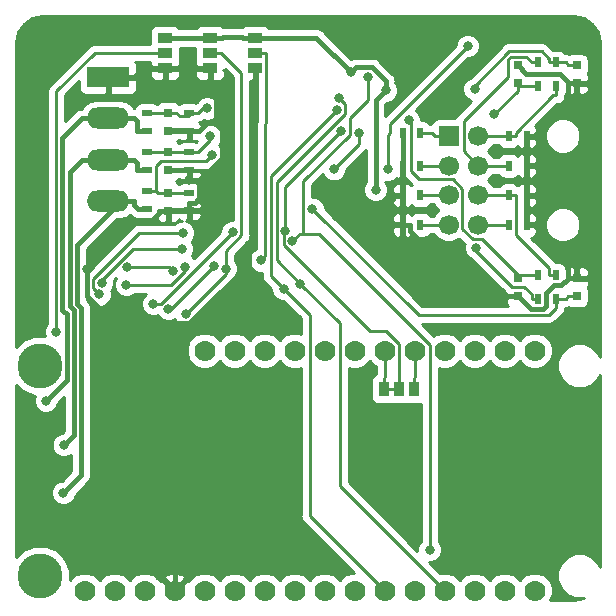
<source format=gbl>
G04 #@! TF.GenerationSoftware,KiCad,Pcbnew,(2018-02-15 revision 29b28de31)-makepkg*
G04 #@! TF.CreationDate,2018-09-20T14:44:38+09:30*
G04 #@! TF.ProjectId,ATM90E3x_fw,41544D39304533785F66772E6B696361,rev?*
G04 #@! TF.SameCoordinates,Original*
G04 #@! TF.FileFunction,Copper,L2,Bot,Signal*
G04 #@! TF.FilePolarity,Positive*
%FSLAX46Y46*%
G04 Gerber Fmt 4.6, Leading zero omitted, Abs format (unit mm)*
G04 Created by KiCad (PCBNEW (2018-02-15 revision 29b28de31)-makepkg) date 09/20/18 14:44:38*
%MOMM*%
%LPD*%
G01*
G04 APERTURE LIST*
%ADD10R,1.700000X1.700000*%
%ADD11C,1.700000*%
%ADD12O,3.600000X1.800000*%
%ADD13R,3.600000X1.800000*%
%ADD14R,1.270000X0.970000*%
%ADD15R,0.500000X0.900000*%
%ADD16R,0.970000X1.270000*%
%ADD17C,1.778000*%
%ADD18C,3.810000*%
%ADD19R,0.750000X0.800000*%
%ADD20R,0.900000X0.500000*%
%ADD21C,0.800000*%
%ADD22C,0.250000*%
%ADD23C,0.400000*%
%ADD24C,0.254000*%
G04 APERTURE END LIST*
D10*
X144145000Y-51725000D03*
D11*
X144145000Y-54225000D03*
X144145000Y-56725000D03*
X144145000Y-59225000D03*
X146645000Y-51725000D03*
X146645000Y-54225000D03*
X146645000Y-56725000D03*
X146645000Y-59225000D03*
D12*
X115316000Y-57236000D03*
X115316000Y-53736000D03*
X115316000Y-50236000D03*
D13*
X115316000Y-46736000D03*
D14*
X120142000Y-45974000D03*
X120142000Y-44704000D03*
X120142000Y-43434000D03*
X127762000Y-45974000D03*
X127762000Y-44704000D03*
X127762000Y-43434000D03*
X123952000Y-45974000D03*
X123952000Y-44704000D03*
X123952000Y-43434000D03*
D15*
X151750000Y-47500000D03*
X153250000Y-47500000D03*
D16*
X138684000Y-73152000D03*
X139954000Y-73152000D03*
X141224000Y-73152000D03*
D17*
X113335000Y-90220800D03*
X115875000Y-90220800D03*
X118415000Y-90220800D03*
X120955000Y-90220800D03*
X123495000Y-90220800D03*
X126035000Y-90220800D03*
X128575000Y-90220800D03*
X131115000Y-90220800D03*
X133655000Y-90220800D03*
X136195000Y-90220800D03*
X138735000Y-90220800D03*
X141275000Y-90220800D03*
X143815000Y-90220800D03*
X146355000Y-90220800D03*
X148895000Y-90220800D03*
X151435000Y-90220800D03*
X151435000Y-69900800D03*
X148895000Y-69900800D03*
X146355000Y-69900800D03*
X143815000Y-69900800D03*
X141275000Y-69900800D03*
X138735000Y-69900800D03*
X136195000Y-69900800D03*
X133655000Y-69900800D03*
X131115000Y-69900800D03*
X128575000Y-69900800D03*
X126035000Y-69900800D03*
X123495000Y-69900800D03*
D18*
X109525000Y-71170800D03*
X109525000Y-88950800D03*
D19*
X120396000Y-49784000D03*
X120396000Y-51284000D03*
X150000000Y-63750000D03*
X150000000Y-65250000D03*
X150000000Y-47250000D03*
X150000000Y-45750000D03*
X155000000Y-47250000D03*
X155000000Y-45750000D03*
X120396000Y-56539000D03*
X120396000Y-58039000D03*
X120396000Y-53086000D03*
X120396000Y-54586000D03*
X155000000Y-63750000D03*
X155000000Y-65250000D03*
D15*
X153250000Y-65500000D03*
X151750000Y-65500000D03*
D20*
X118618000Y-51284000D03*
X118618000Y-49784000D03*
X122174000Y-49784000D03*
X122174000Y-51284000D03*
D15*
X149250000Y-59250000D03*
X150750000Y-59250000D03*
X151750000Y-63500000D03*
X153250000Y-63500000D03*
X150750000Y-56750000D03*
X149250000Y-56750000D03*
D20*
X118618000Y-57900000D03*
X118618000Y-56400000D03*
D15*
X141750000Y-59250000D03*
X140250000Y-59250000D03*
D20*
X122174000Y-56515000D03*
X122174000Y-58015000D03*
X118618000Y-54586000D03*
X118618000Y-53086000D03*
X122174000Y-53086000D03*
X122174000Y-54586000D03*
D15*
X140250000Y-56750000D03*
X141750000Y-56750000D03*
X153250000Y-45500000D03*
X151750000Y-45500000D03*
X140250000Y-51500000D03*
X141750000Y-51500000D03*
X141750000Y-54250000D03*
X140250000Y-54250000D03*
X150750000Y-51750000D03*
X149250000Y-51750000D03*
X149250000Y-54250000D03*
X150750000Y-54250000D03*
D21*
X116886400Y-62830700D03*
X120790300Y-63115200D03*
X111575000Y-77894100D03*
X110054700Y-74147200D03*
X111531900Y-81935700D03*
X130930000Y-60633100D03*
X142545000Y-86763400D03*
X137328000Y-46732000D03*
X131587600Y-64229400D03*
X134911400Y-48506700D03*
X130179200Y-64646500D03*
X134681600Y-49518400D03*
X130314700Y-59738400D03*
X135045300Y-51284600D03*
X121572900Y-61282700D03*
X114791700Y-64145100D03*
X121656500Y-59917000D03*
X114578800Y-65145500D03*
X145781000Y-44098100D03*
X138990000Y-54555100D03*
X118000000Y-81000000D03*
X118000000Y-79500000D03*
X118000000Y-78000000D03*
X139000000Y-81000000D03*
X139000000Y-79500000D03*
X139000000Y-78000000D03*
X126500000Y-81000000D03*
X126500000Y-79500000D03*
X126500000Y-78000000D03*
X109000000Y-56500000D03*
X109000000Y-54500000D03*
X109000000Y-52500000D03*
X109000000Y-50500000D03*
X109000000Y-48500000D03*
X109000000Y-46500000D03*
X155500000Y-83000000D03*
X155500000Y-81500000D03*
X155500000Y-80000000D03*
X155500000Y-78500000D03*
X155500000Y-77000000D03*
X154000000Y-57000000D03*
X154000000Y-55500000D03*
X154000000Y-54000000D03*
X122174000Y-55457200D03*
X113554600Y-63001100D03*
X127225000Y-61207300D03*
X139360000Y-56989700D03*
X134422500Y-54537100D03*
X136584200Y-51507400D03*
X146347700Y-47736700D03*
X146513800Y-61202800D03*
X140790000Y-50411200D03*
X132611600Y-57883600D03*
X147995100Y-49900900D03*
X128247600Y-62249400D03*
X110934400Y-68292900D03*
X125285300Y-62947800D03*
X121883400Y-66774300D03*
X124284900Y-62709400D03*
X120408300Y-66358200D03*
X119125800Y-65942300D03*
X125870200Y-59855300D03*
X121818900Y-62788600D03*
X116862800Y-64325500D03*
X124122700Y-53320800D03*
X123983700Y-51755400D03*
X123697500Y-49392400D03*
X138819000Y-47861100D03*
X137973600Y-56277500D03*
X135867100Y-46335200D03*
D22*
X120505800Y-62830700D02*
X120790300Y-63115200D01*
X116886400Y-62830700D02*
X120505800Y-62830700D01*
D23*
X115316000Y-53736000D02*
X113115700Y-53736000D01*
X117767700Y-53987400D02*
X117516300Y-53736000D01*
X117767700Y-54586000D02*
X117767700Y-53987400D01*
X115316000Y-53736000D02*
X117516300Y-53736000D01*
X118618000Y-54586000D02*
X117767700Y-54586000D01*
X112075700Y-54776000D02*
X113115700Y-53736000D01*
X112075700Y-66140000D02*
X112075700Y-54776000D01*
X112435600Y-66499900D02*
X112075700Y-66140000D01*
X112435600Y-77033500D02*
X112435600Y-66499900D01*
X111575000Y-77894100D02*
X112435600Y-77033500D01*
X115316000Y-50236000D02*
X113115700Y-50236000D01*
X117767700Y-50487400D02*
X117516300Y-50236000D01*
X117767700Y-51284000D02*
X117767700Y-50487400D01*
X115316000Y-50236000D02*
X117516300Y-50236000D01*
X118618000Y-51284000D02*
X117767700Y-51284000D01*
X111459700Y-51892000D02*
X113115700Y-50236000D01*
X111459700Y-66427900D02*
X111459700Y-51892000D01*
X111831400Y-66799600D02*
X111459700Y-66427900D01*
X111831400Y-72370500D02*
X111831400Y-66799600D01*
X110054700Y-74147200D02*
X111831400Y-72370500D01*
X117516300Y-57590200D02*
X117516300Y-57236000D01*
X117826100Y-57900000D02*
X117516300Y-57590200D01*
X118618000Y-57900000D02*
X117826100Y-57900000D01*
X115316000Y-57236000D02*
X116416200Y-57236000D01*
X116416200Y-57236000D02*
X117516300Y-57236000D01*
X112714300Y-60937900D02*
X116416200Y-57236000D01*
X112714300Y-65929500D02*
X112714300Y-60937900D01*
X113045500Y-66260700D02*
X112714300Y-65929500D01*
X113045500Y-80422100D02*
X113045500Y-66260700D01*
X111531900Y-81935700D02*
X113045500Y-80422100D01*
D22*
X139954000Y-73152000D02*
X138684000Y-73152000D01*
X138735000Y-72140700D02*
X138684000Y-72191700D01*
X138735000Y-69900800D02*
X138735000Y-72140700D01*
X138684000Y-73152000D02*
X138684000Y-72191700D01*
X137328000Y-48645000D02*
X137328000Y-46732000D01*
X135770700Y-50202300D02*
X137328000Y-48645000D01*
X135770700Y-51613700D02*
X135770700Y-50202300D01*
X131851700Y-55532700D02*
X135770700Y-51613700D01*
X131851700Y-60013200D02*
X131851700Y-55532700D01*
X131549900Y-60013200D02*
X131851700Y-60013200D01*
X130930000Y-60633100D02*
X131549900Y-60013200D01*
X142545000Y-69398900D02*
X142545000Y-86763400D01*
X133159300Y-60013200D02*
X142545000Y-69398900D01*
X131851700Y-60013200D02*
X133159300Y-60013200D01*
X134925000Y-67566800D02*
X131587600Y-64229400D01*
X134925000Y-81330800D02*
X134925000Y-67566800D01*
X143815000Y-90220800D02*
X134925000Y-81330800D01*
X135412100Y-49007400D02*
X134911400Y-48506700D01*
X135412100Y-49823600D02*
X135412100Y-49007400D01*
X129582600Y-55653100D02*
X135412100Y-49823600D01*
X129582600Y-62224400D02*
X129582600Y-55653100D01*
X131587600Y-64229400D02*
X129582600Y-62224400D01*
X132385000Y-66852300D02*
X130179200Y-64646500D01*
X132385000Y-83870800D02*
X132385000Y-66852300D01*
X138735000Y-90220800D02*
X132385000Y-83870800D01*
X129079100Y-55120900D02*
X134681600Y-49518400D01*
X129079100Y-63546400D02*
X129079100Y-55120900D01*
X130179200Y-64646500D02*
X129079100Y-63546400D01*
X130203300Y-59849800D02*
X130314700Y-59738400D01*
X130203300Y-60959300D02*
X130203300Y-59849800D01*
X137480100Y-68236100D02*
X130203300Y-60959300D01*
X138860100Y-68236100D02*
X137480100Y-68236100D01*
X139954000Y-69330000D02*
X138860100Y-68236100D01*
X139954000Y-73152000D02*
X139954000Y-69330000D01*
X130314700Y-56015200D02*
X135045300Y-51284600D01*
X130314700Y-59738400D02*
X130314700Y-56015200D01*
X114791700Y-63883900D02*
X114791700Y-64145100D01*
X117392900Y-61282700D02*
X114791700Y-63883900D01*
X121572900Y-61282700D02*
X117392900Y-61282700D01*
X117949300Y-59917000D02*
X121656500Y-59917000D01*
X114066400Y-63799900D02*
X117949300Y-59917000D01*
X114066400Y-64633100D02*
X114066400Y-63799900D01*
X114578800Y-65145500D02*
X114066400Y-64633100D01*
X142744700Y-51500000D02*
X142969700Y-51725000D01*
X141750000Y-51500000D02*
X142744700Y-51500000D01*
X144145000Y-51725000D02*
X142969700Y-51725000D01*
X139152700Y-50726400D02*
X145781000Y-44098100D01*
X139152700Y-51499300D02*
X139152700Y-50726400D01*
X138990000Y-51662000D02*
X139152700Y-51499300D01*
X138990000Y-54555100D02*
X138990000Y-51662000D01*
D23*
X118278300Y-45974000D02*
X117516300Y-46736000D01*
X120142000Y-45974000D02*
X118278300Y-45974000D01*
X115316000Y-46736000D02*
X117516300Y-46736000D01*
X123952000Y-45974000D02*
X122916700Y-45974000D01*
X140250000Y-56750000D02*
X140250000Y-55100300D01*
X140250000Y-54250000D02*
X140250000Y-55100300D01*
X140250000Y-51500000D02*
X140250000Y-52350300D01*
X120142000Y-45974000D02*
X121177300Y-45974000D01*
X122916700Y-45974000D02*
X121177300Y-45974000D01*
X140250000Y-52350300D02*
X140250000Y-54250000D01*
X150724700Y-46474700D02*
X150000000Y-45750000D01*
X153546400Y-46474700D02*
X150724700Y-46474700D01*
X154224700Y-47153000D02*
X153546400Y-46474700D01*
X154224700Y-47250000D02*
X154224700Y-47153000D01*
X150750000Y-54250000D02*
X150750000Y-51750000D01*
X154224700Y-48925600D02*
X154224700Y-47250000D01*
X151400300Y-51750000D02*
X154224700Y-48925600D01*
X150750000Y-51750000D02*
X151400300Y-51750000D01*
X122174000Y-51284000D02*
X120396000Y-51284000D01*
X122174000Y-51284000D02*
X123024300Y-51284000D01*
X140250000Y-56750000D02*
X140250000Y-59250000D01*
X140250000Y-59250000D02*
X140900300Y-59250000D01*
X154762500Y-47250000D02*
X154224700Y-47250000D01*
X154762500Y-47250000D02*
X155000000Y-47250000D01*
X146412600Y-65250000D02*
X149224700Y-65250000D01*
X140900300Y-59737700D02*
X146412600Y-65250000D01*
X140900300Y-59250000D02*
X140900300Y-59737700D01*
X150000000Y-65250000D02*
X149224700Y-65250000D01*
X151100400Y-66350400D02*
X150000000Y-65250000D01*
X152173900Y-66350400D02*
X151100400Y-66350400D01*
X152431900Y-66092400D02*
X152173900Y-66350400D01*
X152431900Y-65024200D02*
X152431900Y-66092400D01*
X153105700Y-64350400D02*
X152431900Y-65024200D01*
X153699500Y-64350400D02*
X153105700Y-64350400D01*
X154224700Y-63825200D02*
X153699500Y-64350400D01*
X154224700Y-63750000D02*
X154224700Y-63825200D01*
X155000000Y-63750000D02*
X154224700Y-63750000D01*
X150750000Y-54250000D02*
X150750000Y-56750000D01*
X150750000Y-56750000D02*
X150750000Y-58399700D01*
X150750000Y-58824800D02*
X150750000Y-58399700D01*
X123760900Y-50547400D02*
X124340400Y-50547400D01*
X123024300Y-51284000D02*
X123760900Y-50547400D01*
X124497800Y-47405100D02*
X123952000Y-46859300D01*
X124497800Y-50390000D02*
X124497800Y-47405100D01*
X124340400Y-50547400D02*
X124497800Y-50390000D01*
X150750000Y-59250000D02*
X150750000Y-58824800D01*
X154224700Y-62074400D02*
X154224700Y-63750000D01*
X151400300Y-59250000D02*
X154224700Y-62074400D01*
X150750000Y-59250000D02*
X151400300Y-59250000D01*
X122174000Y-55457200D02*
X122174000Y-54586000D01*
X120396000Y-54586000D02*
X121171300Y-54586000D01*
X122174000Y-54586000D02*
X121171300Y-54586000D01*
X121299700Y-58039000D02*
X121323700Y-58015000D01*
X120396000Y-58039000D02*
X121299700Y-58039000D01*
X122174000Y-58015000D02*
X121323700Y-58015000D01*
X122174000Y-58015000D02*
X122174000Y-57364700D01*
X122661700Y-57364700D02*
X122174000Y-57364700D01*
X123053900Y-56972500D02*
X122661700Y-57364700D01*
X123053900Y-55457200D02*
X123053900Y-56972500D01*
X123053900Y-55457200D02*
X122174000Y-55457200D01*
X140250000Y-56750000D02*
X139599700Y-56750000D01*
X139599700Y-56750000D02*
X139360000Y-56989700D01*
X123135600Y-55457200D02*
X123053900Y-55457200D01*
X124973700Y-53619100D02*
X123135600Y-55457200D01*
X124973700Y-51180700D02*
X124973700Y-53619100D01*
X124340400Y-50547400D02*
X124973700Y-51180700D01*
X119620700Y-58232900D02*
X119620700Y-58039000D01*
X119039300Y-58814300D02*
X119620700Y-58232900D01*
X117741400Y-58814300D02*
X119039300Y-58814300D01*
X113554600Y-63001100D02*
X117741400Y-58814300D01*
X120396000Y-58039000D02*
X119620700Y-58039000D01*
X123952000Y-45974000D02*
X123952000Y-46859300D01*
X127762000Y-45974000D02*
X127762000Y-46859300D01*
X127762000Y-60670300D02*
X127225000Y-61207300D01*
X127762000Y-46859300D02*
X127762000Y-60670300D01*
X120955000Y-67593900D02*
X120955000Y-90220800D01*
X122201800Y-67593900D02*
X120955000Y-67593900D01*
X127225000Y-62570700D02*
X122201800Y-67593900D01*
X127225000Y-61207300D02*
X127225000Y-62570700D01*
X113494600Y-63061100D02*
X113554600Y-63001100D01*
X113494600Y-65271300D02*
X113494600Y-63061100D01*
X115817200Y-67593900D02*
X113494600Y-65271300D01*
X120955000Y-67593900D02*
X115817200Y-67593900D01*
D22*
X144120000Y-56750000D02*
X144145000Y-56725000D01*
X141750000Y-56750000D02*
X144120000Y-56750000D01*
X136584200Y-52375400D02*
X136584200Y-51507400D01*
X134422500Y-54537100D02*
X136584200Y-52375400D01*
X142350300Y-54225000D02*
X142325300Y-54250000D01*
X144145000Y-54225000D02*
X142350300Y-54225000D01*
X141750000Y-54250000D02*
X142325300Y-54250000D01*
X150699300Y-45024600D02*
X151174700Y-45500000D01*
X149410900Y-45024600D02*
X150699300Y-45024600D01*
X149196000Y-45239500D02*
X149410900Y-45024600D01*
X149196000Y-46707700D02*
X149196000Y-45239500D01*
X145448200Y-50455500D02*
X149196000Y-46707700D01*
X145448200Y-53028200D02*
X145448200Y-50455500D01*
X146645000Y-54225000D02*
X145448200Y-53028200D01*
X151750000Y-45500000D02*
X151174700Y-45500000D01*
X146670000Y-54250000D02*
X146645000Y-54225000D01*
X149250000Y-54250000D02*
X146670000Y-54250000D01*
X153250000Y-47500000D02*
X153250000Y-48275300D01*
X152987300Y-48275300D02*
X153250000Y-48275300D01*
X149825300Y-51437300D02*
X152987300Y-48275300D01*
X149825300Y-51750000D02*
X149825300Y-51437300D01*
X149250000Y-51750000D02*
X149825300Y-51750000D01*
X146670000Y-51750000D02*
X148674700Y-51750000D01*
X146645000Y-51725000D02*
X146670000Y-51750000D01*
X149250000Y-51750000D02*
X148674700Y-51750000D01*
X141750000Y-59250000D02*
X142325300Y-59250000D01*
X142350300Y-59225000D02*
X144145000Y-59225000D01*
X142325300Y-59250000D02*
X142350300Y-59225000D01*
X155000000Y-45750000D02*
X154299700Y-45750000D01*
X154049700Y-45500000D02*
X153250000Y-45500000D01*
X154299700Y-45750000D02*
X154049700Y-45500000D01*
X152674700Y-45212400D02*
X152674700Y-45500000D01*
X152030300Y-44568000D02*
X152674700Y-45212400D01*
X149230600Y-44568000D02*
X152030300Y-44568000D01*
X146347700Y-47450900D02*
X149230600Y-44568000D01*
X146347700Y-47736700D02*
X146347700Y-47450900D01*
X153250000Y-45500000D02*
X152674700Y-45500000D01*
X146670000Y-56750000D02*
X149250000Y-56750000D01*
X146645000Y-56725000D02*
X146670000Y-56750000D01*
X152674700Y-62924700D02*
X152674700Y-63500000D01*
X149825300Y-60075300D02*
X152674700Y-62924700D01*
X149825300Y-56750000D02*
X149825300Y-60075300D01*
X149250000Y-56750000D02*
X149825300Y-56750000D01*
X153250000Y-63500000D02*
X152674700Y-63500000D01*
X149250000Y-59250000D02*
X148674700Y-59250000D01*
X146670000Y-59250000D02*
X146645000Y-59225000D01*
X148674700Y-59250000D02*
X146670000Y-59250000D01*
X151174700Y-65140400D02*
X151174700Y-65500000D01*
X150509700Y-64475400D02*
X151174700Y-65140400D01*
X149490300Y-64475400D02*
X150509700Y-64475400D01*
X146513800Y-61498900D02*
X149490300Y-64475400D01*
X146513800Y-61202800D02*
X146513800Y-61498900D01*
X151750000Y-65500000D02*
X151174700Y-65500000D01*
X151750000Y-63500000D02*
X151174700Y-63500000D01*
X150000000Y-63750000D02*
X150000000Y-63500000D01*
X151174700Y-63500000D02*
X150000000Y-63500000D01*
X140930600Y-50551800D02*
X140790000Y-50411200D01*
X140930600Y-54660000D02*
X140930600Y-50551800D01*
X141671000Y-55400400D02*
X140930600Y-54660000D01*
X144538500Y-55400400D02*
X141671000Y-55400400D01*
X145320400Y-56182300D02*
X144538500Y-55400400D01*
X145320400Y-59618500D02*
X145320400Y-56182300D01*
X146179400Y-60477500D02*
X145320400Y-59618500D01*
X146977500Y-60477500D02*
X146179400Y-60477500D01*
X150000000Y-63500000D02*
X146977500Y-60477500D01*
X155000000Y-65250000D02*
X154299700Y-65250000D01*
X154049700Y-65500000D02*
X154299700Y-65250000D01*
X153250000Y-65500000D02*
X154049700Y-65500000D01*
X153250000Y-65500000D02*
X153250000Y-66275300D01*
X141605300Y-66877300D02*
X132611600Y-57883600D01*
X152648000Y-66877300D02*
X141605300Y-66877300D01*
X153250000Y-66275300D02*
X152648000Y-66877300D01*
X151750000Y-47500000D02*
X151174700Y-47500000D01*
X151174700Y-47500000D02*
X150000000Y-47500000D01*
X150000000Y-47500000D02*
X150000000Y-47250000D01*
X150000000Y-47896000D02*
X150000000Y-47500000D01*
X147995100Y-49900900D02*
X150000000Y-47896000D01*
X127762000Y-44704000D02*
X128722300Y-44704000D01*
X128628700Y-61868300D02*
X128247600Y-62249400D01*
X128628700Y-50748700D02*
X128628700Y-61868300D01*
X128722300Y-50655100D02*
X128628700Y-50748700D01*
X128722300Y-44704000D02*
X128722300Y-50655100D01*
X110934400Y-47943700D02*
X110934400Y-68292900D01*
X114174100Y-44704000D02*
X110934400Y-47943700D01*
X120142000Y-44704000D02*
X114174100Y-44704000D01*
X125285300Y-63372400D02*
X125285300Y-62947800D01*
X121883400Y-66774300D02*
X125285300Y-63372400D01*
X126616700Y-46408400D02*
X124912300Y-44704000D01*
X126616700Y-60139900D02*
X126616700Y-46408400D01*
X125285300Y-61471300D02*
X126616700Y-60139900D01*
X125285300Y-62947800D02*
X125285300Y-61471300D01*
X123952000Y-44704000D02*
X124912300Y-44704000D01*
X120636100Y-66358200D02*
X124284900Y-62709400D01*
X120408300Y-66358200D02*
X120636100Y-66358200D01*
X119783200Y-65942300D02*
X125870200Y-59855300D01*
X119125800Y-65942300D02*
X119783200Y-65942300D01*
X120658600Y-64325500D02*
X116862800Y-64325500D01*
X121818900Y-63165200D02*
X120658600Y-64325500D01*
X121818900Y-62788600D02*
X121818900Y-63165200D01*
X120396000Y-56539000D02*
X121096300Y-56539000D01*
X121120300Y-56515000D02*
X121096300Y-56539000D01*
X122174000Y-56515000D02*
X121120300Y-56515000D01*
X120396000Y-56539000D02*
X119808300Y-56539000D01*
X118618000Y-56400000D02*
X119393300Y-56400000D01*
X119532300Y-56539000D02*
X119393300Y-56400000D01*
X119808300Y-56539000D02*
X119532300Y-56539000D01*
X119393300Y-54254300D02*
X119393300Y-56400000D01*
X119836200Y-53811400D02*
X119393300Y-54254300D01*
X123632100Y-53811400D02*
X119836200Y-53811400D01*
X124122700Y-53320800D02*
X123632100Y-53811400D01*
X122174000Y-53086000D02*
X122949300Y-53086000D01*
X122174000Y-53086000D02*
X121096300Y-53086000D01*
X120746200Y-53086000D02*
X121096300Y-53086000D01*
X120746200Y-53086000D02*
X120396000Y-53086000D01*
X120396000Y-53086000D02*
X118618000Y-53086000D01*
X123983700Y-52051600D02*
X123983700Y-51755400D01*
X122949300Y-53086000D02*
X123983700Y-52051600D01*
X122174000Y-49784000D02*
X122174000Y-50071600D01*
X121383900Y-50071600D02*
X121096300Y-49784000D01*
X122174000Y-50071600D02*
X121383900Y-50071600D01*
X120396000Y-49784000D02*
X121096300Y-49784000D01*
X118618000Y-49784000D02*
X120396000Y-49784000D01*
X123340900Y-49392400D02*
X122949300Y-49784000D01*
X123697500Y-49392400D02*
X123340900Y-49392400D01*
X122174000Y-49784000D02*
X122949300Y-49784000D01*
X141275000Y-72140700D02*
X141224000Y-72191700D01*
X141275000Y-69900800D02*
X141275000Y-72140700D01*
X141224000Y-73152000D02*
X141224000Y-72191700D01*
D23*
X127762000Y-43434000D02*
X126726700Y-43434000D01*
X123952000Y-43434000D02*
X124987300Y-43434000D01*
X120142000Y-43434000D02*
X121177300Y-43434000D01*
X123952000Y-43434000D02*
X122916700Y-43434000D01*
X125052600Y-43368700D02*
X124987300Y-43434000D01*
X126661400Y-43368700D02*
X125052600Y-43368700D01*
X126726700Y-43434000D02*
X126661400Y-43368700D01*
X121194900Y-43416400D02*
X121177300Y-43434000D01*
X122899100Y-43416400D02*
X121194900Y-43416400D01*
X122916700Y-43434000D02*
X122899100Y-43416400D01*
X137973600Y-48706500D02*
X138819000Y-47861100D01*
X137973600Y-56277500D02*
X137973600Y-48706500D01*
X127762000Y-43434000D02*
X128797300Y-43434000D01*
X136279000Y-45923300D02*
X135867100Y-46335200D01*
X137651400Y-45923300D02*
X136279000Y-45923300D01*
X138819000Y-47090900D02*
X137651400Y-45923300D01*
X138819000Y-47861100D02*
X138819000Y-47090900D01*
X132965900Y-43434000D02*
X128797300Y-43434000D01*
X135867100Y-46335200D02*
X132965900Y-43434000D01*
D24*
G36*
X155645501Y-41741385D02*
X156334512Y-42201769D01*
X156794893Y-42890777D01*
X156969978Y-43770989D01*
X156969979Y-70410360D01*
X156842755Y-70103215D01*
X156312585Y-69573045D01*
X155619886Y-69286120D01*
X154870114Y-69286120D01*
X154177415Y-69573045D01*
X153647245Y-70103215D01*
X153360320Y-70795914D01*
X153360320Y-71545686D01*
X153647245Y-72238385D01*
X154177415Y-72768555D01*
X154870114Y-73055480D01*
X155619886Y-73055480D01*
X156312585Y-72768555D01*
X156842755Y-72238385D01*
X156969979Y-71931240D01*
X156969979Y-88190361D01*
X156842755Y-87883215D01*
X156312585Y-87353045D01*
X155619886Y-87066120D01*
X154870114Y-87066120D01*
X154177415Y-87353045D01*
X153647245Y-87883215D01*
X153360320Y-88575914D01*
X153360320Y-89325686D01*
X153647245Y-90018385D01*
X154177415Y-90548555D01*
X154870114Y-90835480D01*
X155573785Y-90835480D01*
X154765289Y-90996300D01*
X152763343Y-90996300D01*
X152959000Y-90523942D01*
X152959000Y-89917658D01*
X152726985Y-89357523D01*
X152298277Y-88928815D01*
X151738142Y-88696800D01*
X151131858Y-88696800D01*
X150571723Y-88928815D01*
X150165000Y-89335538D01*
X149758277Y-88928815D01*
X149198142Y-88696800D01*
X148591858Y-88696800D01*
X148031723Y-88928815D01*
X147625000Y-89335538D01*
X147218277Y-88928815D01*
X146658142Y-88696800D01*
X146051858Y-88696800D01*
X145491723Y-88928815D01*
X145085000Y-89335538D01*
X144678277Y-88928815D01*
X144118142Y-88696800D01*
X143511858Y-88696800D01*
X143408581Y-88739579D01*
X142467402Y-87798400D01*
X142750874Y-87798400D01*
X143131280Y-87640831D01*
X143422431Y-87349680D01*
X143580000Y-86969274D01*
X143580000Y-86557526D01*
X143422431Y-86177120D01*
X143305000Y-86059689D01*
X143305000Y-71339117D01*
X143511858Y-71424800D01*
X144118142Y-71424800D01*
X144678277Y-71192785D01*
X145085000Y-70786062D01*
X145491723Y-71192785D01*
X146051858Y-71424800D01*
X146658142Y-71424800D01*
X147218277Y-71192785D01*
X147625000Y-70786062D01*
X148031723Y-71192785D01*
X148591858Y-71424800D01*
X149198142Y-71424800D01*
X149758277Y-71192785D01*
X150165000Y-70786062D01*
X150571723Y-71192785D01*
X151131858Y-71424800D01*
X151738142Y-71424800D01*
X152298277Y-71192785D01*
X152726985Y-70764077D01*
X152959000Y-70203942D01*
X152959000Y-69597658D01*
X152726985Y-69037523D01*
X152298277Y-68608815D01*
X151738142Y-68376800D01*
X151131858Y-68376800D01*
X150571723Y-68608815D01*
X150165000Y-69015538D01*
X149758277Y-68608815D01*
X149198142Y-68376800D01*
X148591858Y-68376800D01*
X148031723Y-68608815D01*
X147625000Y-69015538D01*
X147218277Y-68608815D01*
X146658142Y-68376800D01*
X146051858Y-68376800D01*
X145491723Y-68608815D01*
X145085000Y-69015538D01*
X144678277Y-68608815D01*
X144118142Y-68376800D01*
X143511858Y-68376800D01*
X142951723Y-68608815D01*
X142890720Y-68669818D01*
X141858202Y-67637300D01*
X152573153Y-67637300D01*
X152648000Y-67652188D01*
X152722847Y-67637300D01*
X152722852Y-67637300D01*
X152944537Y-67593204D01*
X153195929Y-67425229D01*
X153238331Y-67361770D01*
X153734473Y-66865629D01*
X153797929Y-66823229D01*
X153965904Y-66571837D01*
X154010000Y-66350152D01*
X154010000Y-66350148D01*
X154015791Y-66321033D01*
X154046985Y-66274348D01*
X154049700Y-66274888D01*
X154124547Y-66260000D01*
X154124552Y-66260000D01*
X154332927Y-66218551D01*
X154377235Y-66248157D01*
X154625000Y-66297440D01*
X155375000Y-66297440D01*
X155622765Y-66248157D01*
X155832809Y-66107809D01*
X155973157Y-65897765D01*
X156022440Y-65650000D01*
X156022440Y-64850000D01*
X155973157Y-64602235D01*
X155912127Y-64510898D01*
X155913327Y-64509698D01*
X156010000Y-64276309D01*
X156010000Y-64035750D01*
X155851250Y-63877000D01*
X155127000Y-63877000D01*
X155127000Y-63897000D01*
X154873000Y-63897000D01*
X154873000Y-63877000D01*
X154853000Y-63877000D01*
X154853000Y-63623000D01*
X154873000Y-63623000D01*
X154873000Y-62873750D01*
X155127000Y-62873750D01*
X155127000Y-63623000D01*
X155851250Y-63623000D01*
X156010000Y-63464250D01*
X156010000Y-63223691D01*
X155913327Y-62990302D01*
X155734699Y-62811673D01*
X155501310Y-62715000D01*
X155285750Y-62715000D01*
X155127000Y-62873750D01*
X154873000Y-62873750D01*
X154714250Y-62715000D01*
X154498690Y-62715000D01*
X154265301Y-62811673D01*
X154127454Y-62949521D01*
X154098157Y-62802235D01*
X153957809Y-62592191D01*
X153747765Y-62451843D01*
X153500000Y-62402560D01*
X153239861Y-62402560D01*
X153222629Y-62376771D01*
X153159173Y-62334371D01*
X151149992Y-60325190D01*
X151359698Y-60238327D01*
X151538327Y-60059699D01*
X151635000Y-59826310D01*
X151635000Y-59535750D01*
X151476250Y-59377000D01*
X150875000Y-59377000D01*
X150875000Y-59397000D01*
X150625000Y-59397000D01*
X150625000Y-59377000D01*
X150603000Y-59377000D01*
X150603000Y-59123000D01*
X150625000Y-59123000D01*
X150625000Y-58323750D01*
X150875000Y-58323750D01*
X150875000Y-59123000D01*
X151476250Y-59123000D01*
X151635000Y-58964250D01*
X151635000Y-58929615D01*
X152340000Y-58929615D01*
X152340000Y-59520385D01*
X152566078Y-60066185D01*
X152983815Y-60483922D01*
X153529615Y-60710000D01*
X154120385Y-60710000D01*
X154666185Y-60483922D01*
X155083922Y-60066185D01*
X155310000Y-59520385D01*
X155310000Y-58929615D01*
X155083922Y-58383815D01*
X154666185Y-57966078D01*
X154120385Y-57740000D01*
X153529615Y-57740000D01*
X152983815Y-57966078D01*
X152566078Y-58383815D01*
X152340000Y-58929615D01*
X151635000Y-58929615D01*
X151635000Y-58673690D01*
X151538327Y-58440301D01*
X151359698Y-58261673D01*
X151126309Y-58165000D01*
X151033750Y-58165000D01*
X150875000Y-58323750D01*
X150625000Y-58323750D01*
X150585300Y-58284050D01*
X150585300Y-57715950D01*
X150625000Y-57676250D01*
X150625000Y-56877000D01*
X150875000Y-56877000D01*
X150875000Y-57676250D01*
X151033750Y-57835000D01*
X151126309Y-57835000D01*
X151359698Y-57738327D01*
X151538327Y-57559699D01*
X151635000Y-57326310D01*
X151635000Y-57035750D01*
X151476250Y-56877000D01*
X150875000Y-56877000D01*
X150625000Y-56877000D01*
X150603000Y-56877000D01*
X150603000Y-56623000D01*
X150625000Y-56623000D01*
X150625000Y-55823750D01*
X150875000Y-55823750D01*
X150875000Y-56623000D01*
X151476250Y-56623000D01*
X151635000Y-56464250D01*
X151635000Y-56173690D01*
X151538327Y-55940301D01*
X151359698Y-55761673D01*
X151126309Y-55665000D01*
X151033750Y-55665000D01*
X150875000Y-55823750D01*
X150625000Y-55823750D01*
X150466250Y-55665000D01*
X150373691Y-55665000D01*
X150140302Y-55761673D01*
X149998654Y-55903320D01*
X149957809Y-55842191D01*
X149747765Y-55701843D01*
X149500000Y-55652560D01*
X149000000Y-55652560D01*
X148752235Y-55701843D01*
X148542191Y-55842191D01*
X148443427Y-55990000D01*
X147947905Y-55990000D01*
X147903922Y-55883815D01*
X147495107Y-55475000D01*
X147903922Y-55066185D01*
X147927195Y-55010000D01*
X148443427Y-55010000D01*
X148542191Y-55157809D01*
X148752235Y-55298157D01*
X149000000Y-55347440D01*
X149500000Y-55347440D01*
X149747765Y-55298157D01*
X149957809Y-55157809D01*
X149998654Y-55096680D01*
X150140302Y-55238327D01*
X150373691Y-55335000D01*
X150466250Y-55335000D01*
X150625000Y-55176250D01*
X150625000Y-54377000D01*
X150875000Y-54377000D01*
X150875000Y-55176250D01*
X151033750Y-55335000D01*
X151126309Y-55335000D01*
X151359698Y-55238327D01*
X151538327Y-55059699D01*
X151635000Y-54826310D01*
X151635000Y-54535750D01*
X151476250Y-54377000D01*
X150875000Y-54377000D01*
X150625000Y-54377000D01*
X150603000Y-54377000D01*
X150603000Y-54123000D01*
X150625000Y-54123000D01*
X150625000Y-53323750D01*
X150875000Y-53323750D01*
X150875000Y-54123000D01*
X151476250Y-54123000D01*
X151635000Y-53964250D01*
X151635000Y-53673690D01*
X151538327Y-53440301D01*
X151359698Y-53261673D01*
X151126309Y-53165000D01*
X151033750Y-53165000D01*
X150875000Y-53323750D01*
X150625000Y-53323750D01*
X150466250Y-53165000D01*
X150373691Y-53165000D01*
X150140302Y-53261673D01*
X149998654Y-53403320D01*
X149957809Y-53342191D01*
X149747765Y-53201843D01*
X149500000Y-53152560D01*
X149000000Y-53152560D01*
X148752235Y-53201843D01*
X148542191Y-53342191D01*
X148443427Y-53490000D01*
X147947905Y-53490000D01*
X147903922Y-53383815D01*
X147495107Y-52975000D01*
X147903922Y-52566185D01*
X147927195Y-52510000D01*
X148443427Y-52510000D01*
X148542191Y-52657809D01*
X148752235Y-52798157D01*
X149000000Y-52847440D01*
X149500000Y-52847440D01*
X149747765Y-52798157D01*
X149957809Y-52657809D01*
X149998654Y-52596680D01*
X150140302Y-52738327D01*
X150373691Y-52835000D01*
X150466250Y-52835000D01*
X150625000Y-52676250D01*
X150625000Y-51877000D01*
X150875000Y-51877000D01*
X150875000Y-52676250D01*
X151033750Y-52835000D01*
X151126309Y-52835000D01*
X151359698Y-52738327D01*
X151538327Y-52559699D01*
X151635000Y-52326310D01*
X151635000Y-52035750D01*
X151476250Y-51877000D01*
X150875000Y-51877000D01*
X150625000Y-51877000D01*
X150603000Y-51877000D01*
X150603000Y-51734401D01*
X150734401Y-51603000D01*
X150875000Y-51603000D01*
X150875000Y-51623000D01*
X151476250Y-51623000D01*
X151635000Y-51464250D01*
X151635000Y-51429615D01*
X152340000Y-51429615D01*
X152340000Y-52020385D01*
X152566078Y-52566185D01*
X152983815Y-52983922D01*
X153529615Y-53210000D01*
X154120385Y-53210000D01*
X154666185Y-52983922D01*
X155083922Y-52566185D01*
X155310000Y-52020385D01*
X155310000Y-51429615D01*
X155083922Y-50883815D01*
X154666185Y-50466078D01*
X154120385Y-50240000D01*
X153529615Y-50240000D01*
X152983815Y-50466078D01*
X152566078Y-50883815D01*
X152340000Y-51429615D01*
X151635000Y-51429615D01*
X151635000Y-51173690D01*
X151538327Y-50940301D01*
X151467713Y-50869688D01*
X153296453Y-49040949D01*
X153546537Y-48991204D01*
X153797929Y-48823229D01*
X153965904Y-48571837D01*
X154010000Y-48350152D01*
X154015792Y-48321031D01*
X154098157Y-48197765D01*
X154127454Y-48050479D01*
X154265301Y-48188327D01*
X154498690Y-48285000D01*
X154714250Y-48285000D01*
X154873000Y-48126250D01*
X154873000Y-47377000D01*
X155127000Y-47377000D01*
X155127000Y-48126250D01*
X155285750Y-48285000D01*
X155501310Y-48285000D01*
X155734699Y-48188327D01*
X155913327Y-48009698D01*
X156010000Y-47776309D01*
X156010000Y-47535750D01*
X155851250Y-47377000D01*
X155127000Y-47377000D01*
X154873000Y-47377000D01*
X154853000Y-47377000D01*
X154853000Y-47123000D01*
X154873000Y-47123000D01*
X154873000Y-47103000D01*
X155127000Y-47103000D01*
X155127000Y-47123000D01*
X155851250Y-47123000D01*
X156010000Y-46964250D01*
X156010000Y-46723691D01*
X155913327Y-46490302D01*
X155912127Y-46489102D01*
X155973157Y-46397765D01*
X156022440Y-46150000D01*
X156022440Y-45350000D01*
X155973157Y-45102235D01*
X155832809Y-44892191D01*
X155622765Y-44751843D01*
X155375000Y-44702560D01*
X154625000Y-44702560D01*
X154377235Y-44751843D01*
X154332927Y-44781449D01*
X154124552Y-44740000D01*
X154124547Y-44740000D01*
X154049700Y-44725112D01*
X154046985Y-44725652D01*
X153957809Y-44592191D01*
X153747765Y-44451843D01*
X153500000Y-44402560D01*
X153000000Y-44402560D01*
X152949672Y-44412571D01*
X152620631Y-44083530D01*
X152578229Y-44020071D01*
X152326837Y-43852096D01*
X152105152Y-43808000D01*
X152105147Y-43808000D01*
X152030300Y-43793112D01*
X151955453Y-43808000D01*
X149305446Y-43808000D01*
X149230599Y-43793112D01*
X149155752Y-43808000D01*
X149155748Y-43808000D01*
X148934063Y-43852096D01*
X148682671Y-44020071D01*
X148640271Y-44083527D01*
X145937439Y-46786360D01*
X145761420Y-46859269D01*
X145470269Y-47150420D01*
X145312700Y-47530826D01*
X145312700Y-47942574D01*
X145470269Y-48322980D01*
X145761420Y-48614131D01*
X146081985Y-48746913D01*
X144963728Y-49865171D01*
X144900272Y-49907571D01*
X144857872Y-49971027D01*
X144857871Y-49971028D01*
X144732297Y-50158963D01*
X144718652Y-50227560D01*
X143295000Y-50227560D01*
X143047235Y-50276843D01*
X142837191Y-50417191D01*
X142696843Y-50627235D01*
X142674601Y-50739056D01*
X142669853Y-50740000D01*
X142556573Y-50740000D01*
X142457809Y-50592191D01*
X142247765Y-50451843D01*
X142000000Y-50402560D01*
X141825000Y-50402560D01*
X141825000Y-50205326D01*
X141667431Y-49824920D01*
X141398206Y-49555695D01*
X145820802Y-45133100D01*
X145986874Y-45133100D01*
X146367280Y-44975531D01*
X146658431Y-44684380D01*
X146816000Y-44303974D01*
X146816000Y-43892226D01*
X146658431Y-43511820D01*
X146367280Y-43220669D01*
X145986874Y-43063100D01*
X145575126Y-43063100D01*
X145194720Y-43220669D01*
X144903569Y-43511820D01*
X144746000Y-43892226D01*
X144746000Y-44058298D01*
X138808600Y-49995699D01*
X138808600Y-49052367D01*
X138964867Y-48896100D01*
X139024874Y-48896100D01*
X139405280Y-48738531D01*
X139696431Y-48447380D01*
X139854000Y-48066974D01*
X139854000Y-47655226D01*
X139696431Y-47274820D01*
X139654000Y-47232389D01*
X139654000Y-47173137D01*
X139670358Y-47090900D01*
X139636658Y-46921480D01*
X139605552Y-46765099D01*
X139421001Y-46488899D01*
X139351282Y-46442315D01*
X138299987Y-45391020D01*
X138253401Y-45321299D01*
X137977201Y-45136748D01*
X137733637Y-45088300D01*
X137733633Y-45088300D01*
X137651400Y-45071943D01*
X137569167Y-45088300D01*
X136361237Y-45088300D01*
X136279000Y-45071942D01*
X136196763Y-45088300D01*
X135953199Y-45136748D01*
X135891046Y-45178277D01*
X133614487Y-42901720D01*
X133567901Y-42831999D01*
X133291701Y-42647448D01*
X133048137Y-42599000D01*
X133048133Y-42599000D01*
X132965900Y-42582643D01*
X132883667Y-42599000D01*
X128926845Y-42599000D01*
X128854809Y-42491191D01*
X128644765Y-42350843D01*
X128397000Y-42301560D01*
X127127000Y-42301560D01*
X126879235Y-42350843D01*
X126669191Y-42491191D01*
X126650232Y-42519564D01*
X126579167Y-42533700D01*
X125134832Y-42533700D01*
X125063768Y-42519565D01*
X125044809Y-42491191D01*
X124834765Y-42350843D01*
X124587000Y-42301560D01*
X123317000Y-42301560D01*
X123069235Y-42350843D01*
X122859191Y-42491191D01*
X122798915Y-42581400D01*
X121295085Y-42581400D01*
X121234809Y-42491191D01*
X121024765Y-42350843D01*
X120777000Y-42301560D01*
X119507000Y-42301560D01*
X119259235Y-42350843D01*
X119049191Y-42491191D01*
X118908843Y-42701235D01*
X118859560Y-42949000D01*
X118859560Y-43919000D01*
X118864533Y-43944000D01*
X114248948Y-43944000D01*
X114174100Y-43929112D01*
X114099252Y-43944000D01*
X114099248Y-43944000D01*
X113929973Y-43977671D01*
X113877562Y-43988096D01*
X113690518Y-44113076D01*
X113626171Y-44156071D01*
X113583771Y-44219527D01*
X110449930Y-47353369D01*
X110386471Y-47395771D01*
X110218496Y-47647164D01*
X110174400Y-47868849D01*
X110174400Y-47868853D01*
X110159512Y-47943700D01*
X110174400Y-48018547D01*
X110174401Y-67589188D01*
X110056969Y-67706620D01*
X109899400Y-68087026D01*
X109899400Y-68498774D01*
X109954087Y-68630800D01*
X109019762Y-68630800D01*
X108086205Y-69017492D01*
X107539978Y-69563719D01*
X107539978Y-43770989D01*
X107715063Y-42890777D01*
X108175447Y-42201766D01*
X108864455Y-41741385D01*
X109744667Y-41566300D01*
X154765289Y-41566300D01*
X155645501Y-41741385D01*
X155645501Y-41741385D01*
G37*
X155645501Y-41741385D02*
X156334512Y-42201769D01*
X156794893Y-42890777D01*
X156969978Y-43770989D01*
X156969979Y-70410360D01*
X156842755Y-70103215D01*
X156312585Y-69573045D01*
X155619886Y-69286120D01*
X154870114Y-69286120D01*
X154177415Y-69573045D01*
X153647245Y-70103215D01*
X153360320Y-70795914D01*
X153360320Y-71545686D01*
X153647245Y-72238385D01*
X154177415Y-72768555D01*
X154870114Y-73055480D01*
X155619886Y-73055480D01*
X156312585Y-72768555D01*
X156842755Y-72238385D01*
X156969979Y-71931240D01*
X156969979Y-88190361D01*
X156842755Y-87883215D01*
X156312585Y-87353045D01*
X155619886Y-87066120D01*
X154870114Y-87066120D01*
X154177415Y-87353045D01*
X153647245Y-87883215D01*
X153360320Y-88575914D01*
X153360320Y-89325686D01*
X153647245Y-90018385D01*
X154177415Y-90548555D01*
X154870114Y-90835480D01*
X155573785Y-90835480D01*
X154765289Y-90996300D01*
X152763343Y-90996300D01*
X152959000Y-90523942D01*
X152959000Y-89917658D01*
X152726985Y-89357523D01*
X152298277Y-88928815D01*
X151738142Y-88696800D01*
X151131858Y-88696800D01*
X150571723Y-88928815D01*
X150165000Y-89335538D01*
X149758277Y-88928815D01*
X149198142Y-88696800D01*
X148591858Y-88696800D01*
X148031723Y-88928815D01*
X147625000Y-89335538D01*
X147218277Y-88928815D01*
X146658142Y-88696800D01*
X146051858Y-88696800D01*
X145491723Y-88928815D01*
X145085000Y-89335538D01*
X144678277Y-88928815D01*
X144118142Y-88696800D01*
X143511858Y-88696800D01*
X143408581Y-88739579D01*
X142467402Y-87798400D01*
X142750874Y-87798400D01*
X143131280Y-87640831D01*
X143422431Y-87349680D01*
X143580000Y-86969274D01*
X143580000Y-86557526D01*
X143422431Y-86177120D01*
X143305000Y-86059689D01*
X143305000Y-71339117D01*
X143511858Y-71424800D01*
X144118142Y-71424800D01*
X144678277Y-71192785D01*
X145085000Y-70786062D01*
X145491723Y-71192785D01*
X146051858Y-71424800D01*
X146658142Y-71424800D01*
X147218277Y-71192785D01*
X147625000Y-70786062D01*
X148031723Y-71192785D01*
X148591858Y-71424800D01*
X149198142Y-71424800D01*
X149758277Y-71192785D01*
X150165000Y-70786062D01*
X150571723Y-71192785D01*
X151131858Y-71424800D01*
X151738142Y-71424800D01*
X152298277Y-71192785D01*
X152726985Y-70764077D01*
X152959000Y-70203942D01*
X152959000Y-69597658D01*
X152726985Y-69037523D01*
X152298277Y-68608815D01*
X151738142Y-68376800D01*
X151131858Y-68376800D01*
X150571723Y-68608815D01*
X150165000Y-69015538D01*
X149758277Y-68608815D01*
X149198142Y-68376800D01*
X148591858Y-68376800D01*
X148031723Y-68608815D01*
X147625000Y-69015538D01*
X147218277Y-68608815D01*
X146658142Y-68376800D01*
X146051858Y-68376800D01*
X145491723Y-68608815D01*
X145085000Y-69015538D01*
X144678277Y-68608815D01*
X144118142Y-68376800D01*
X143511858Y-68376800D01*
X142951723Y-68608815D01*
X142890720Y-68669818D01*
X141858202Y-67637300D01*
X152573153Y-67637300D01*
X152648000Y-67652188D01*
X152722847Y-67637300D01*
X152722852Y-67637300D01*
X152944537Y-67593204D01*
X153195929Y-67425229D01*
X153238331Y-67361770D01*
X153734473Y-66865629D01*
X153797929Y-66823229D01*
X153965904Y-66571837D01*
X154010000Y-66350152D01*
X154010000Y-66350148D01*
X154015791Y-66321033D01*
X154046985Y-66274348D01*
X154049700Y-66274888D01*
X154124547Y-66260000D01*
X154124552Y-66260000D01*
X154332927Y-66218551D01*
X154377235Y-66248157D01*
X154625000Y-66297440D01*
X155375000Y-66297440D01*
X155622765Y-66248157D01*
X155832809Y-66107809D01*
X155973157Y-65897765D01*
X156022440Y-65650000D01*
X156022440Y-64850000D01*
X155973157Y-64602235D01*
X155912127Y-64510898D01*
X155913327Y-64509698D01*
X156010000Y-64276309D01*
X156010000Y-64035750D01*
X155851250Y-63877000D01*
X155127000Y-63877000D01*
X155127000Y-63897000D01*
X154873000Y-63897000D01*
X154873000Y-63877000D01*
X154853000Y-63877000D01*
X154853000Y-63623000D01*
X154873000Y-63623000D01*
X154873000Y-62873750D01*
X155127000Y-62873750D01*
X155127000Y-63623000D01*
X155851250Y-63623000D01*
X156010000Y-63464250D01*
X156010000Y-63223691D01*
X155913327Y-62990302D01*
X155734699Y-62811673D01*
X155501310Y-62715000D01*
X155285750Y-62715000D01*
X155127000Y-62873750D01*
X154873000Y-62873750D01*
X154714250Y-62715000D01*
X154498690Y-62715000D01*
X154265301Y-62811673D01*
X154127454Y-62949521D01*
X154098157Y-62802235D01*
X153957809Y-62592191D01*
X153747765Y-62451843D01*
X153500000Y-62402560D01*
X153239861Y-62402560D01*
X153222629Y-62376771D01*
X153159173Y-62334371D01*
X151149992Y-60325190D01*
X151359698Y-60238327D01*
X151538327Y-60059699D01*
X151635000Y-59826310D01*
X151635000Y-59535750D01*
X151476250Y-59377000D01*
X150875000Y-59377000D01*
X150875000Y-59397000D01*
X150625000Y-59397000D01*
X150625000Y-59377000D01*
X150603000Y-59377000D01*
X150603000Y-59123000D01*
X150625000Y-59123000D01*
X150625000Y-58323750D01*
X150875000Y-58323750D01*
X150875000Y-59123000D01*
X151476250Y-59123000D01*
X151635000Y-58964250D01*
X151635000Y-58929615D01*
X152340000Y-58929615D01*
X152340000Y-59520385D01*
X152566078Y-60066185D01*
X152983815Y-60483922D01*
X153529615Y-60710000D01*
X154120385Y-60710000D01*
X154666185Y-60483922D01*
X155083922Y-60066185D01*
X155310000Y-59520385D01*
X155310000Y-58929615D01*
X155083922Y-58383815D01*
X154666185Y-57966078D01*
X154120385Y-57740000D01*
X153529615Y-57740000D01*
X152983815Y-57966078D01*
X152566078Y-58383815D01*
X152340000Y-58929615D01*
X151635000Y-58929615D01*
X151635000Y-58673690D01*
X151538327Y-58440301D01*
X151359698Y-58261673D01*
X151126309Y-58165000D01*
X151033750Y-58165000D01*
X150875000Y-58323750D01*
X150625000Y-58323750D01*
X150585300Y-58284050D01*
X150585300Y-57715950D01*
X150625000Y-57676250D01*
X150625000Y-56877000D01*
X150875000Y-56877000D01*
X150875000Y-57676250D01*
X151033750Y-57835000D01*
X151126309Y-57835000D01*
X151359698Y-57738327D01*
X151538327Y-57559699D01*
X151635000Y-57326310D01*
X151635000Y-57035750D01*
X151476250Y-56877000D01*
X150875000Y-56877000D01*
X150625000Y-56877000D01*
X150603000Y-56877000D01*
X150603000Y-56623000D01*
X150625000Y-56623000D01*
X150625000Y-55823750D01*
X150875000Y-55823750D01*
X150875000Y-56623000D01*
X151476250Y-56623000D01*
X151635000Y-56464250D01*
X151635000Y-56173690D01*
X151538327Y-55940301D01*
X151359698Y-55761673D01*
X151126309Y-55665000D01*
X151033750Y-55665000D01*
X150875000Y-55823750D01*
X150625000Y-55823750D01*
X150466250Y-55665000D01*
X150373691Y-55665000D01*
X150140302Y-55761673D01*
X149998654Y-55903320D01*
X149957809Y-55842191D01*
X149747765Y-55701843D01*
X149500000Y-55652560D01*
X149000000Y-55652560D01*
X148752235Y-55701843D01*
X148542191Y-55842191D01*
X148443427Y-55990000D01*
X147947905Y-55990000D01*
X147903922Y-55883815D01*
X147495107Y-55475000D01*
X147903922Y-55066185D01*
X147927195Y-55010000D01*
X148443427Y-55010000D01*
X148542191Y-55157809D01*
X148752235Y-55298157D01*
X149000000Y-55347440D01*
X149500000Y-55347440D01*
X149747765Y-55298157D01*
X149957809Y-55157809D01*
X149998654Y-55096680D01*
X150140302Y-55238327D01*
X150373691Y-55335000D01*
X150466250Y-55335000D01*
X150625000Y-55176250D01*
X150625000Y-54377000D01*
X150875000Y-54377000D01*
X150875000Y-55176250D01*
X151033750Y-55335000D01*
X151126309Y-55335000D01*
X151359698Y-55238327D01*
X151538327Y-55059699D01*
X151635000Y-54826310D01*
X151635000Y-54535750D01*
X151476250Y-54377000D01*
X150875000Y-54377000D01*
X150625000Y-54377000D01*
X150603000Y-54377000D01*
X150603000Y-54123000D01*
X150625000Y-54123000D01*
X150625000Y-53323750D01*
X150875000Y-53323750D01*
X150875000Y-54123000D01*
X151476250Y-54123000D01*
X151635000Y-53964250D01*
X151635000Y-53673690D01*
X151538327Y-53440301D01*
X151359698Y-53261673D01*
X151126309Y-53165000D01*
X151033750Y-53165000D01*
X150875000Y-53323750D01*
X150625000Y-53323750D01*
X150466250Y-53165000D01*
X150373691Y-53165000D01*
X150140302Y-53261673D01*
X149998654Y-53403320D01*
X149957809Y-53342191D01*
X149747765Y-53201843D01*
X149500000Y-53152560D01*
X149000000Y-53152560D01*
X148752235Y-53201843D01*
X148542191Y-53342191D01*
X148443427Y-53490000D01*
X147947905Y-53490000D01*
X147903922Y-53383815D01*
X147495107Y-52975000D01*
X147903922Y-52566185D01*
X147927195Y-52510000D01*
X148443427Y-52510000D01*
X148542191Y-52657809D01*
X148752235Y-52798157D01*
X149000000Y-52847440D01*
X149500000Y-52847440D01*
X149747765Y-52798157D01*
X149957809Y-52657809D01*
X149998654Y-52596680D01*
X150140302Y-52738327D01*
X150373691Y-52835000D01*
X150466250Y-52835000D01*
X150625000Y-52676250D01*
X150625000Y-51877000D01*
X150875000Y-51877000D01*
X150875000Y-52676250D01*
X151033750Y-52835000D01*
X151126309Y-52835000D01*
X151359698Y-52738327D01*
X151538327Y-52559699D01*
X151635000Y-52326310D01*
X151635000Y-52035750D01*
X151476250Y-51877000D01*
X150875000Y-51877000D01*
X150625000Y-51877000D01*
X150603000Y-51877000D01*
X150603000Y-51734401D01*
X150734401Y-51603000D01*
X150875000Y-51603000D01*
X150875000Y-51623000D01*
X151476250Y-51623000D01*
X151635000Y-51464250D01*
X151635000Y-51429615D01*
X152340000Y-51429615D01*
X152340000Y-52020385D01*
X152566078Y-52566185D01*
X152983815Y-52983922D01*
X153529615Y-53210000D01*
X154120385Y-53210000D01*
X154666185Y-52983922D01*
X155083922Y-52566185D01*
X155310000Y-52020385D01*
X155310000Y-51429615D01*
X155083922Y-50883815D01*
X154666185Y-50466078D01*
X154120385Y-50240000D01*
X153529615Y-50240000D01*
X152983815Y-50466078D01*
X152566078Y-50883815D01*
X152340000Y-51429615D01*
X151635000Y-51429615D01*
X151635000Y-51173690D01*
X151538327Y-50940301D01*
X151467713Y-50869688D01*
X153296453Y-49040949D01*
X153546537Y-48991204D01*
X153797929Y-48823229D01*
X153965904Y-48571837D01*
X154010000Y-48350152D01*
X154015792Y-48321031D01*
X154098157Y-48197765D01*
X154127454Y-48050479D01*
X154265301Y-48188327D01*
X154498690Y-48285000D01*
X154714250Y-48285000D01*
X154873000Y-48126250D01*
X154873000Y-47377000D01*
X155127000Y-47377000D01*
X155127000Y-48126250D01*
X155285750Y-48285000D01*
X155501310Y-48285000D01*
X155734699Y-48188327D01*
X155913327Y-48009698D01*
X156010000Y-47776309D01*
X156010000Y-47535750D01*
X155851250Y-47377000D01*
X155127000Y-47377000D01*
X154873000Y-47377000D01*
X154853000Y-47377000D01*
X154853000Y-47123000D01*
X154873000Y-47123000D01*
X154873000Y-47103000D01*
X155127000Y-47103000D01*
X155127000Y-47123000D01*
X155851250Y-47123000D01*
X156010000Y-46964250D01*
X156010000Y-46723691D01*
X155913327Y-46490302D01*
X155912127Y-46489102D01*
X155973157Y-46397765D01*
X156022440Y-46150000D01*
X156022440Y-45350000D01*
X155973157Y-45102235D01*
X155832809Y-44892191D01*
X155622765Y-44751843D01*
X155375000Y-44702560D01*
X154625000Y-44702560D01*
X154377235Y-44751843D01*
X154332927Y-44781449D01*
X154124552Y-44740000D01*
X154124547Y-44740000D01*
X154049700Y-44725112D01*
X154046985Y-44725652D01*
X153957809Y-44592191D01*
X153747765Y-44451843D01*
X153500000Y-44402560D01*
X153000000Y-44402560D01*
X152949672Y-44412571D01*
X152620631Y-44083530D01*
X152578229Y-44020071D01*
X152326837Y-43852096D01*
X152105152Y-43808000D01*
X152105147Y-43808000D01*
X152030300Y-43793112D01*
X151955453Y-43808000D01*
X149305446Y-43808000D01*
X149230599Y-43793112D01*
X149155752Y-43808000D01*
X149155748Y-43808000D01*
X148934063Y-43852096D01*
X148682671Y-44020071D01*
X148640271Y-44083527D01*
X145937439Y-46786360D01*
X145761420Y-46859269D01*
X145470269Y-47150420D01*
X145312700Y-47530826D01*
X145312700Y-47942574D01*
X145470269Y-48322980D01*
X145761420Y-48614131D01*
X146081985Y-48746913D01*
X144963728Y-49865171D01*
X144900272Y-49907571D01*
X144857872Y-49971027D01*
X144857871Y-49971028D01*
X144732297Y-50158963D01*
X144718652Y-50227560D01*
X143295000Y-50227560D01*
X143047235Y-50276843D01*
X142837191Y-50417191D01*
X142696843Y-50627235D01*
X142674601Y-50739056D01*
X142669853Y-50740000D01*
X142556573Y-50740000D01*
X142457809Y-50592191D01*
X142247765Y-50451843D01*
X142000000Y-50402560D01*
X141825000Y-50402560D01*
X141825000Y-50205326D01*
X141667431Y-49824920D01*
X141398206Y-49555695D01*
X145820802Y-45133100D01*
X145986874Y-45133100D01*
X146367280Y-44975531D01*
X146658431Y-44684380D01*
X146816000Y-44303974D01*
X146816000Y-43892226D01*
X146658431Y-43511820D01*
X146367280Y-43220669D01*
X145986874Y-43063100D01*
X145575126Y-43063100D01*
X145194720Y-43220669D01*
X144903569Y-43511820D01*
X144746000Y-43892226D01*
X144746000Y-44058298D01*
X138808600Y-49995699D01*
X138808600Y-49052367D01*
X138964867Y-48896100D01*
X139024874Y-48896100D01*
X139405280Y-48738531D01*
X139696431Y-48447380D01*
X139854000Y-48066974D01*
X139854000Y-47655226D01*
X139696431Y-47274820D01*
X139654000Y-47232389D01*
X139654000Y-47173137D01*
X139670358Y-47090900D01*
X139636658Y-46921480D01*
X139605552Y-46765099D01*
X139421001Y-46488899D01*
X139351282Y-46442315D01*
X138299987Y-45391020D01*
X138253401Y-45321299D01*
X137977201Y-45136748D01*
X137733637Y-45088300D01*
X137733633Y-45088300D01*
X137651400Y-45071943D01*
X137569167Y-45088300D01*
X136361237Y-45088300D01*
X136279000Y-45071942D01*
X136196763Y-45088300D01*
X135953199Y-45136748D01*
X135891046Y-45178277D01*
X133614487Y-42901720D01*
X133567901Y-42831999D01*
X133291701Y-42647448D01*
X133048137Y-42599000D01*
X133048133Y-42599000D01*
X132965900Y-42582643D01*
X132883667Y-42599000D01*
X128926845Y-42599000D01*
X128854809Y-42491191D01*
X128644765Y-42350843D01*
X128397000Y-42301560D01*
X127127000Y-42301560D01*
X126879235Y-42350843D01*
X126669191Y-42491191D01*
X126650232Y-42519564D01*
X126579167Y-42533700D01*
X125134832Y-42533700D01*
X125063768Y-42519565D01*
X125044809Y-42491191D01*
X124834765Y-42350843D01*
X124587000Y-42301560D01*
X123317000Y-42301560D01*
X123069235Y-42350843D01*
X122859191Y-42491191D01*
X122798915Y-42581400D01*
X121295085Y-42581400D01*
X121234809Y-42491191D01*
X121024765Y-42350843D01*
X120777000Y-42301560D01*
X119507000Y-42301560D01*
X119259235Y-42350843D01*
X119049191Y-42491191D01*
X118908843Y-42701235D01*
X118859560Y-42949000D01*
X118859560Y-43919000D01*
X118864533Y-43944000D01*
X114248948Y-43944000D01*
X114174100Y-43929112D01*
X114099252Y-43944000D01*
X114099248Y-43944000D01*
X113929973Y-43977671D01*
X113877562Y-43988096D01*
X113690518Y-44113076D01*
X113626171Y-44156071D01*
X113583771Y-44219527D01*
X110449930Y-47353369D01*
X110386471Y-47395771D01*
X110218496Y-47647164D01*
X110174400Y-47868849D01*
X110174400Y-47868853D01*
X110159512Y-47943700D01*
X110174400Y-48018547D01*
X110174401Y-67589188D01*
X110056969Y-67706620D01*
X109899400Y-68087026D01*
X109899400Y-68498774D01*
X109954087Y-68630800D01*
X109019762Y-68630800D01*
X108086205Y-69017492D01*
X107539978Y-69563719D01*
X107539978Y-43770989D01*
X107715063Y-42890777D01*
X108175447Y-42201766D01*
X108864455Y-41741385D01*
X109744667Y-41566300D01*
X154765289Y-41566300D01*
X155645501Y-41741385D01*
G36*
X127889000Y-45847000D02*
X127909000Y-45847000D01*
X127909000Y-46101000D01*
X127889000Y-46101000D01*
X127889000Y-46935250D01*
X127962300Y-47008550D01*
X127962301Y-50378074D01*
X127912796Y-50452164D01*
X127868700Y-50673849D01*
X127868700Y-50673853D01*
X127853812Y-50748700D01*
X127868700Y-50823547D01*
X127868701Y-61286069D01*
X127661320Y-61371969D01*
X127370169Y-61663120D01*
X127212600Y-62043526D01*
X127212600Y-62455274D01*
X127370169Y-62835680D01*
X127661320Y-63126831D01*
X128041726Y-63284400D01*
X128319100Y-63284400D01*
X128319100Y-63471553D01*
X128304212Y-63546400D01*
X128319100Y-63621247D01*
X128319100Y-63621251D01*
X128363196Y-63842936D01*
X128531171Y-64094329D01*
X128594629Y-64136731D01*
X129144200Y-64686302D01*
X129144200Y-64852374D01*
X129301769Y-65232780D01*
X129592920Y-65523931D01*
X129973326Y-65681500D01*
X130139399Y-65681500D01*
X131625001Y-67167103D01*
X131625001Y-68462484D01*
X131418142Y-68376800D01*
X130811858Y-68376800D01*
X130251723Y-68608815D01*
X129845000Y-69015538D01*
X129438277Y-68608815D01*
X128878142Y-68376800D01*
X128271858Y-68376800D01*
X127711723Y-68608815D01*
X127305000Y-69015538D01*
X126898277Y-68608815D01*
X126338142Y-68376800D01*
X125731858Y-68376800D01*
X125171723Y-68608815D01*
X124765000Y-69015538D01*
X124358277Y-68608815D01*
X123798142Y-68376800D01*
X123191858Y-68376800D01*
X122631723Y-68608815D01*
X122203015Y-69037523D01*
X121971000Y-69597658D01*
X121971000Y-70203942D01*
X122203015Y-70764077D01*
X122631723Y-71192785D01*
X123191858Y-71424800D01*
X123798142Y-71424800D01*
X124358277Y-71192785D01*
X124765000Y-70786062D01*
X125171723Y-71192785D01*
X125731858Y-71424800D01*
X126338142Y-71424800D01*
X126898277Y-71192785D01*
X127305000Y-70786062D01*
X127711723Y-71192785D01*
X128271858Y-71424800D01*
X128878142Y-71424800D01*
X129438277Y-71192785D01*
X129845000Y-70786062D01*
X130251723Y-71192785D01*
X130811858Y-71424800D01*
X131418142Y-71424800D01*
X131625001Y-71339116D01*
X131625000Y-83795953D01*
X131610112Y-83870800D01*
X131625000Y-83945647D01*
X131625000Y-83945651D01*
X131669096Y-84167336D01*
X131837071Y-84418729D01*
X131900530Y-84461131D01*
X136136198Y-88696800D01*
X135891858Y-88696800D01*
X135331723Y-88928815D01*
X134925000Y-89335538D01*
X134518277Y-88928815D01*
X133958142Y-88696800D01*
X133351858Y-88696800D01*
X132791723Y-88928815D01*
X132385000Y-89335538D01*
X131978277Y-88928815D01*
X131418142Y-88696800D01*
X130811858Y-88696800D01*
X130251723Y-88928815D01*
X129845000Y-89335538D01*
X129438277Y-88928815D01*
X128878142Y-88696800D01*
X128271858Y-88696800D01*
X127711723Y-88928815D01*
X127305000Y-89335538D01*
X126898277Y-88928815D01*
X126338142Y-88696800D01*
X125731858Y-88696800D01*
X125171723Y-88928815D01*
X124765000Y-89335538D01*
X124358277Y-88928815D01*
X123798142Y-88696800D01*
X123191858Y-88696800D01*
X122631723Y-88928815D01*
X122203015Y-89357523D01*
X122192367Y-89383230D01*
X122027196Y-89328209D01*
X121134605Y-90220800D01*
X121148748Y-90234943D01*
X120969143Y-90414548D01*
X120955000Y-90400405D01*
X120940858Y-90414548D01*
X120761253Y-90234943D01*
X120775395Y-90220800D01*
X119882804Y-89328209D01*
X119717633Y-89383230D01*
X119706985Y-89357523D01*
X119498066Y-89148604D01*
X120062409Y-89148604D01*
X120955000Y-90041195D01*
X121847591Y-89148604D01*
X121762533Y-88893261D01*
X121193035Y-88685284D01*
X120587300Y-88711077D01*
X120147467Y-88893261D01*
X120062409Y-89148604D01*
X119498066Y-89148604D01*
X119278277Y-88928815D01*
X118718142Y-88696800D01*
X118111858Y-88696800D01*
X117551723Y-88928815D01*
X117145000Y-89335538D01*
X116738277Y-88928815D01*
X116178142Y-88696800D01*
X115571858Y-88696800D01*
X115011723Y-88928815D01*
X114605000Y-89335538D01*
X114198277Y-88928815D01*
X113638142Y-88696800D01*
X113031858Y-88696800D01*
X112471723Y-88928815D01*
X112065000Y-89335538D01*
X112065000Y-88445562D01*
X111678308Y-87512005D01*
X110963795Y-86797492D01*
X110030238Y-86410800D01*
X109019762Y-86410800D01*
X108086205Y-86797492D01*
X107539978Y-87343719D01*
X107539978Y-72777881D01*
X108086205Y-73324108D01*
X109019762Y-73710800D01*
X109115187Y-73710800D01*
X109019700Y-73941326D01*
X109019700Y-74353074D01*
X109177269Y-74733480D01*
X109468420Y-75024631D01*
X109848826Y-75182200D01*
X110260574Y-75182200D01*
X110640980Y-75024631D01*
X110932131Y-74733480D01*
X111089700Y-74353074D01*
X111089700Y-74293067D01*
X111600600Y-73782167D01*
X111600600Y-76687632D01*
X111429132Y-76859100D01*
X111369126Y-76859100D01*
X110988720Y-77016669D01*
X110697569Y-77307820D01*
X110540000Y-77688226D01*
X110540000Y-78099974D01*
X110697569Y-78480380D01*
X110988720Y-78771531D01*
X111369126Y-78929100D01*
X111780874Y-78929100D01*
X112161280Y-78771531D01*
X112210500Y-78722311D01*
X112210500Y-80076232D01*
X111386033Y-80900700D01*
X111326026Y-80900700D01*
X110945620Y-81058269D01*
X110654469Y-81349420D01*
X110496900Y-81729826D01*
X110496900Y-82141574D01*
X110654469Y-82521980D01*
X110945620Y-82813131D01*
X111326026Y-82970700D01*
X111737774Y-82970700D01*
X112118180Y-82813131D01*
X112409331Y-82521980D01*
X112566900Y-82141574D01*
X112566900Y-82081567D01*
X113577783Y-81070685D01*
X113647501Y-81024101D01*
X113832052Y-80747901D01*
X113880500Y-80504337D01*
X113880500Y-80504336D01*
X113896858Y-80422100D01*
X113880500Y-80339863D01*
X113880500Y-66342937D01*
X113896858Y-66260700D01*
X113847336Y-66011736D01*
X113832052Y-65934899D01*
X113647501Y-65658699D01*
X113577780Y-65612113D01*
X113549300Y-65583633D01*
X113549300Y-65364652D01*
X113701369Y-65731780D01*
X113992520Y-66022931D01*
X114372926Y-66180500D01*
X114784674Y-66180500D01*
X115165080Y-66022931D01*
X115456231Y-65731780D01*
X115613800Y-65351374D01*
X115613800Y-64939626D01*
X115569012Y-64831499D01*
X115669131Y-64731380D01*
X115826700Y-64350974D01*
X115826700Y-63939226D01*
X115822153Y-63928248D01*
X115967117Y-63783285D01*
X115827800Y-64119626D01*
X115827800Y-64531374D01*
X115985369Y-64911780D01*
X116276520Y-65202931D01*
X116656926Y-65360500D01*
X117068674Y-65360500D01*
X117449080Y-65202931D01*
X117566511Y-65085500D01*
X118518889Y-65085500D01*
X118248369Y-65356020D01*
X118090800Y-65736426D01*
X118090800Y-66148174D01*
X118248369Y-66528580D01*
X118539520Y-66819731D01*
X118919926Y-66977300D01*
X119331674Y-66977300D01*
X119513301Y-66902068D01*
X119530869Y-66944480D01*
X119822020Y-67235631D01*
X120202426Y-67393200D01*
X120614174Y-67393200D01*
X120960125Y-67249903D01*
X121005969Y-67360580D01*
X121297120Y-67651731D01*
X121677526Y-67809300D01*
X122089274Y-67809300D01*
X122469680Y-67651731D01*
X122760831Y-67360580D01*
X122918400Y-66980174D01*
X122918400Y-66814101D01*
X125769773Y-63962729D01*
X125833229Y-63920329D01*
X125947499Y-63749312D01*
X126162731Y-63534080D01*
X126320300Y-63153674D01*
X126320300Y-62741926D01*
X126162731Y-62361520D01*
X126045300Y-62244089D01*
X126045300Y-61786101D01*
X127101173Y-60730229D01*
X127164629Y-60687829D01*
X127332604Y-60436437D01*
X127376700Y-60214752D01*
X127376700Y-60214747D01*
X127391588Y-60139900D01*
X127376700Y-60065053D01*
X127376700Y-47094000D01*
X127476250Y-47094000D01*
X127635000Y-46935250D01*
X127635000Y-46101000D01*
X127615000Y-46101000D01*
X127615000Y-45847000D01*
X127635000Y-45847000D01*
X127635000Y-45836440D01*
X127889000Y-45836440D01*
X127889000Y-45847000D01*
X127889000Y-45847000D01*
G37*
X127889000Y-45847000D02*
X127909000Y-45847000D01*
X127909000Y-46101000D01*
X127889000Y-46101000D01*
X127889000Y-46935250D01*
X127962300Y-47008550D01*
X127962301Y-50378074D01*
X127912796Y-50452164D01*
X127868700Y-50673849D01*
X127868700Y-50673853D01*
X127853812Y-50748700D01*
X127868700Y-50823547D01*
X127868701Y-61286069D01*
X127661320Y-61371969D01*
X127370169Y-61663120D01*
X127212600Y-62043526D01*
X127212600Y-62455274D01*
X127370169Y-62835680D01*
X127661320Y-63126831D01*
X128041726Y-63284400D01*
X128319100Y-63284400D01*
X128319100Y-63471553D01*
X128304212Y-63546400D01*
X128319100Y-63621247D01*
X128319100Y-63621251D01*
X128363196Y-63842936D01*
X128531171Y-64094329D01*
X128594629Y-64136731D01*
X129144200Y-64686302D01*
X129144200Y-64852374D01*
X129301769Y-65232780D01*
X129592920Y-65523931D01*
X129973326Y-65681500D01*
X130139399Y-65681500D01*
X131625001Y-67167103D01*
X131625001Y-68462484D01*
X131418142Y-68376800D01*
X130811858Y-68376800D01*
X130251723Y-68608815D01*
X129845000Y-69015538D01*
X129438277Y-68608815D01*
X128878142Y-68376800D01*
X128271858Y-68376800D01*
X127711723Y-68608815D01*
X127305000Y-69015538D01*
X126898277Y-68608815D01*
X126338142Y-68376800D01*
X125731858Y-68376800D01*
X125171723Y-68608815D01*
X124765000Y-69015538D01*
X124358277Y-68608815D01*
X123798142Y-68376800D01*
X123191858Y-68376800D01*
X122631723Y-68608815D01*
X122203015Y-69037523D01*
X121971000Y-69597658D01*
X121971000Y-70203942D01*
X122203015Y-70764077D01*
X122631723Y-71192785D01*
X123191858Y-71424800D01*
X123798142Y-71424800D01*
X124358277Y-71192785D01*
X124765000Y-70786062D01*
X125171723Y-71192785D01*
X125731858Y-71424800D01*
X126338142Y-71424800D01*
X126898277Y-71192785D01*
X127305000Y-70786062D01*
X127711723Y-71192785D01*
X128271858Y-71424800D01*
X128878142Y-71424800D01*
X129438277Y-71192785D01*
X129845000Y-70786062D01*
X130251723Y-71192785D01*
X130811858Y-71424800D01*
X131418142Y-71424800D01*
X131625001Y-71339116D01*
X131625000Y-83795953D01*
X131610112Y-83870800D01*
X131625000Y-83945647D01*
X131625000Y-83945651D01*
X131669096Y-84167336D01*
X131837071Y-84418729D01*
X131900530Y-84461131D01*
X136136198Y-88696800D01*
X135891858Y-88696800D01*
X135331723Y-88928815D01*
X134925000Y-89335538D01*
X134518277Y-88928815D01*
X133958142Y-88696800D01*
X133351858Y-88696800D01*
X132791723Y-88928815D01*
X132385000Y-89335538D01*
X131978277Y-88928815D01*
X131418142Y-88696800D01*
X130811858Y-88696800D01*
X130251723Y-88928815D01*
X129845000Y-89335538D01*
X129438277Y-88928815D01*
X128878142Y-88696800D01*
X128271858Y-88696800D01*
X127711723Y-88928815D01*
X127305000Y-89335538D01*
X126898277Y-88928815D01*
X126338142Y-88696800D01*
X125731858Y-88696800D01*
X125171723Y-88928815D01*
X124765000Y-89335538D01*
X124358277Y-88928815D01*
X123798142Y-88696800D01*
X123191858Y-88696800D01*
X122631723Y-88928815D01*
X122203015Y-89357523D01*
X122192367Y-89383230D01*
X122027196Y-89328209D01*
X121134605Y-90220800D01*
X121148748Y-90234943D01*
X120969143Y-90414548D01*
X120955000Y-90400405D01*
X120940858Y-90414548D01*
X120761253Y-90234943D01*
X120775395Y-90220800D01*
X119882804Y-89328209D01*
X119717633Y-89383230D01*
X119706985Y-89357523D01*
X119498066Y-89148604D01*
X120062409Y-89148604D01*
X120955000Y-90041195D01*
X121847591Y-89148604D01*
X121762533Y-88893261D01*
X121193035Y-88685284D01*
X120587300Y-88711077D01*
X120147467Y-88893261D01*
X120062409Y-89148604D01*
X119498066Y-89148604D01*
X119278277Y-88928815D01*
X118718142Y-88696800D01*
X118111858Y-88696800D01*
X117551723Y-88928815D01*
X117145000Y-89335538D01*
X116738277Y-88928815D01*
X116178142Y-88696800D01*
X115571858Y-88696800D01*
X115011723Y-88928815D01*
X114605000Y-89335538D01*
X114198277Y-88928815D01*
X113638142Y-88696800D01*
X113031858Y-88696800D01*
X112471723Y-88928815D01*
X112065000Y-89335538D01*
X112065000Y-88445562D01*
X111678308Y-87512005D01*
X110963795Y-86797492D01*
X110030238Y-86410800D01*
X109019762Y-86410800D01*
X108086205Y-86797492D01*
X107539978Y-87343719D01*
X107539978Y-72777881D01*
X108086205Y-73324108D01*
X109019762Y-73710800D01*
X109115187Y-73710800D01*
X109019700Y-73941326D01*
X109019700Y-74353074D01*
X109177269Y-74733480D01*
X109468420Y-75024631D01*
X109848826Y-75182200D01*
X110260574Y-75182200D01*
X110640980Y-75024631D01*
X110932131Y-74733480D01*
X111089700Y-74353074D01*
X111089700Y-74293067D01*
X111600600Y-73782167D01*
X111600600Y-76687632D01*
X111429132Y-76859100D01*
X111369126Y-76859100D01*
X110988720Y-77016669D01*
X110697569Y-77307820D01*
X110540000Y-77688226D01*
X110540000Y-78099974D01*
X110697569Y-78480380D01*
X110988720Y-78771531D01*
X111369126Y-78929100D01*
X111780874Y-78929100D01*
X112161280Y-78771531D01*
X112210500Y-78722311D01*
X112210500Y-80076232D01*
X111386033Y-80900700D01*
X111326026Y-80900700D01*
X110945620Y-81058269D01*
X110654469Y-81349420D01*
X110496900Y-81729826D01*
X110496900Y-82141574D01*
X110654469Y-82521980D01*
X110945620Y-82813131D01*
X111326026Y-82970700D01*
X111737774Y-82970700D01*
X112118180Y-82813131D01*
X112409331Y-82521980D01*
X112566900Y-82141574D01*
X112566900Y-82081567D01*
X113577783Y-81070685D01*
X113647501Y-81024101D01*
X113832052Y-80747901D01*
X113880500Y-80504337D01*
X113880500Y-80504336D01*
X113896858Y-80422100D01*
X113880500Y-80339863D01*
X113880500Y-66342937D01*
X113896858Y-66260700D01*
X113847336Y-66011736D01*
X113832052Y-65934899D01*
X113647501Y-65658699D01*
X113577780Y-65612113D01*
X113549300Y-65583633D01*
X113549300Y-65364652D01*
X113701369Y-65731780D01*
X113992520Y-66022931D01*
X114372926Y-66180500D01*
X114784674Y-66180500D01*
X115165080Y-66022931D01*
X115456231Y-65731780D01*
X115613800Y-65351374D01*
X115613800Y-64939626D01*
X115569012Y-64831499D01*
X115669131Y-64731380D01*
X115826700Y-64350974D01*
X115826700Y-63939226D01*
X115822153Y-63928248D01*
X115967117Y-63783285D01*
X115827800Y-64119626D01*
X115827800Y-64531374D01*
X115985369Y-64911780D01*
X116276520Y-65202931D01*
X116656926Y-65360500D01*
X117068674Y-65360500D01*
X117449080Y-65202931D01*
X117566511Y-65085500D01*
X118518889Y-65085500D01*
X118248369Y-65356020D01*
X118090800Y-65736426D01*
X118090800Y-66148174D01*
X118248369Y-66528580D01*
X118539520Y-66819731D01*
X118919926Y-66977300D01*
X119331674Y-66977300D01*
X119513301Y-66902068D01*
X119530869Y-66944480D01*
X119822020Y-67235631D01*
X120202426Y-67393200D01*
X120614174Y-67393200D01*
X120960125Y-67249903D01*
X121005969Y-67360580D01*
X121297120Y-67651731D01*
X121677526Y-67809300D01*
X122089274Y-67809300D01*
X122469680Y-67651731D01*
X122760831Y-67360580D01*
X122918400Y-66980174D01*
X122918400Y-66814101D01*
X125769773Y-63962729D01*
X125833229Y-63920329D01*
X125947499Y-63749312D01*
X126162731Y-63534080D01*
X126320300Y-63153674D01*
X126320300Y-62741926D01*
X126162731Y-62361520D01*
X126045300Y-62244089D01*
X126045300Y-61786101D01*
X127101173Y-60730229D01*
X127164629Y-60687829D01*
X127332604Y-60436437D01*
X127376700Y-60214752D01*
X127376700Y-60214747D01*
X127391588Y-60139900D01*
X127376700Y-60065053D01*
X127376700Y-47094000D01*
X127476250Y-47094000D01*
X127635000Y-46935250D01*
X127635000Y-46101000D01*
X127615000Y-46101000D01*
X127615000Y-45847000D01*
X127635000Y-45847000D01*
X127635000Y-45836440D01*
X127889000Y-45836440D01*
X127889000Y-45847000D01*
G36*
X137871723Y-71192785D02*
X137975001Y-71235564D01*
X137975001Y-71884831D01*
X137968097Y-71895163D01*
X137963887Y-71916326D01*
X137951235Y-71918843D01*
X137741191Y-72059191D01*
X137600843Y-72269235D01*
X137551560Y-72517000D01*
X137551560Y-73787000D01*
X137600843Y-74034765D01*
X137741191Y-74244809D01*
X137951235Y-74385157D01*
X138199000Y-74434440D01*
X139169000Y-74434440D01*
X139319000Y-74404603D01*
X139469000Y-74434440D01*
X140439000Y-74434440D01*
X140589000Y-74404603D01*
X140739000Y-74434440D01*
X141709000Y-74434440D01*
X141785000Y-74419323D01*
X141785001Y-86059688D01*
X141667569Y-86177120D01*
X141510000Y-86557526D01*
X141510000Y-86840998D01*
X135685000Y-81015999D01*
X135685000Y-71339117D01*
X135891858Y-71424800D01*
X136498142Y-71424800D01*
X137058277Y-71192785D01*
X137465000Y-70786062D01*
X137871723Y-71192785D01*
X137871723Y-71192785D01*
G37*
X137871723Y-71192785D02*
X137975001Y-71235564D01*
X137975001Y-71884831D01*
X137968097Y-71895163D01*
X137963887Y-71916326D01*
X137951235Y-71918843D01*
X137741191Y-72059191D01*
X137600843Y-72269235D01*
X137551560Y-72517000D01*
X137551560Y-73787000D01*
X137600843Y-74034765D01*
X137741191Y-74244809D01*
X137951235Y-74385157D01*
X138199000Y-74434440D01*
X139169000Y-74434440D01*
X139319000Y-74404603D01*
X139469000Y-74434440D01*
X140439000Y-74434440D01*
X140589000Y-74404603D01*
X140739000Y-74434440D01*
X141709000Y-74434440D01*
X141785000Y-74419323D01*
X141785001Y-86059688D01*
X141667569Y-86177120D01*
X141510000Y-86557526D01*
X141510000Y-86840998D01*
X135685000Y-81015999D01*
X135685000Y-71339117D01*
X135891858Y-71424800D01*
X136498142Y-71424800D01*
X137058277Y-71192785D01*
X137465000Y-70786062D01*
X137871723Y-71192785D01*
G36*
X137138600Y-55648789D02*
X137096169Y-55691220D01*
X136938600Y-56071626D01*
X136938600Y-56483374D01*
X137096169Y-56863780D01*
X137387320Y-57154931D01*
X137767726Y-57312500D01*
X138179474Y-57312500D01*
X138559880Y-57154931D01*
X138679061Y-57035750D01*
X139365000Y-57035750D01*
X139365000Y-57326310D01*
X139461673Y-57559699D01*
X139640302Y-57738327D01*
X139873691Y-57835000D01*
X139966250Y-57835000D01*
X140125000Y-57676250D01*
X140125000Y-56877000D01*
X139523750Y-56877000D01*
X139365000Y-57035750D01*
X138679061Y-57035750D01*
X138851031Y-56863780D01*
X139008600Y-56483374D01*
X139008600Y-56173690D01*
X139365000Y-56173690D01*
X139365000Y-56464250D01*
X139523750Y-56623000D01*
X140125000Y-56623000D01*
X140125000Y-55823750D01*
X139966250Y-55665000D01*
X139873691Y-55665000D01*
X139640302Y-55761673D01*
X139461673Y-55940301D01*
X139365000Y-56173690D01*
X139008600Y-56173690D01*
X139008600Y-56071626D01*
X138851031Y-55691220D01*
X138808600Y-55648789D01*
X138808600Y-55590100D01*
X139195874Y-55590100D01*
X139576280Y-55432531D01*
X139732355Y-55276456D01*
X139873691Y-55335000D01*
X139966250Y-55335000D01*
X140125000Y-55176250D01*
X140125000Y-54377000D01*
X140103000Y-54377000D01*
X140103000Y-54123000D01*
X140125000Y-54123000D01*
X140125000Y-54103000D01*
X140170600Y-54103000D01*
X140170600Y-54585153D01*
X140155712Y-54660000D01*
X140170600Y-54734847D01*
X140170600Y-54734851D01*
X140214696Y-54956536D01*
X140382671Y-55207929D01*
X140446130Y-55250331D01*
X141040508Y-55844710D01*
X141001346Y-55903320D01*
X140859698Y-55761673D01*
X140626309Y-55665000D01*
X140533750Y-55665000D01*
X140375000Y-55823750D01*
X140375000Y-56623000D01*
X140397000Y-56623000D01*
X140397000Y-56877000D01*
X140375000Y-56877000D01*
X140375000Y-57676250D01*
X140533750Y-57835000D01*
X140626309Y-57835000D01*
X140859698Y-57738327D01*
X141001346Y-57596680D01*
X141042191Y-57657809D01*
X141252235Y-57798157D01*
X141500000Y-57847440D01*
X142000000Y-57847440D01*
X142247765Y-57798157D01*
X142457809Y-57657809D01*
X142556573Y-57510000D01*
X142862805Y-57510000D01*
X142886078Y-57566185D01*
X143294893Y-57975000D01*
X142886078Y-58383815D01*
X142852450Y-58465000D01*
X142539868Y-58465000D01*
X142457809Y-58342191D01*
X142247765Y-58201843D01*
X142000000Y-58152560D01*
X141500000Y-58152560D01*
X141252235Y-58201843D01*
X141042191Y-58342191D01*
X141001346Y-58403320D01*
X140859698Y-58261673D01*
X140626309Y-58165000D01*
X140533750Y-58165000D01*
X140375000Y-58323750D01*
X140375000Y-59123000D01*
X140397000Y-59123000D01*
X140397000Y-59377000D01*
X140375000Y-59377000D01*
X140375000Y-60176250D01*
X140533750Y-60335000D01*
X140626309Y-60335000D01*
X140859698Y-60238327D01*
X141001346Y-60096680D01*
X141042191Y-60157809D01*
X141252235Y-60298157D01*
X141500000Y-60347440D01*
X142000000Y-60347440D01*
X142247765Y-60298157D01*
X142457809Y-60157809D01*
X142573277Y-59985000D01*
X142852450Y-59985000D01*
X142886078Y-60066185D01*
X143303815Y-60483922D01*
X143849615Y-60710000D01*
X144440385Y-60710000D01*
X144986185Y-60483922D01*
X145048603Y-60421504D01*
X145521335Y-60894238D01*
X145478800Y-60996926D01*
X145478800Y-61408674D01*
X145636369Y-61789080D01*
X145927520Y-62080231D01*
X146085956Y-62145857D01*
X148899970Y-64959872D01*
X148942371Y-65023329D01*
X149005827Y-65065729D01*
X149193762Y-65191304D01*
X149209473Y-65194429D01*
X149415448Y-65235400D01*
X149415452Y-65235400D01*
X149490300Y-65250288D01*
X149565148Y-65235400D01*
X150147000Y-65235400D01*
X150147000Y-65377000D01*
X150127000Y-65377000D01*
X150127000Y-65397000D01*
X149873000Y-65397000D01*
X149873000Y-65377000D01*
X149148750Y-65377000D01*
X148990000Y-65535750D01*
X148990000Y-65776309D01*
X149086673Y-66009698D01*
X149194274Y-66117300D01*
X141920102Y-66117300D01*
X135338552Y-59535750D01*
X139365000Y-59535750D01*
X139365000Y-59826310D01*
X139461673Y-60059699D01*
X139640302Y-60238327D01*
X139873691Y-60335000D01*
X139966250Y-60335000D01*
X140125000Y-60176250D01*
X140125000Y-59377000D01*
X139523750Y-59377000D01*
X139365000Y-59535750D01*
X135338552Y-59535750D01*
X134476492Y-58673690D01*
X139365000Y-58673690D01*
X139365000Y-58964250D01*
X139523750Y-59123000D01*
X140125000Y-59123000D01*
X140125000Y-58323750D01*
X139966250Y-58165000D01*
X139873691Y-58165000D01*
X139640302Y-58261673D01*
X139461673Y-58440301D01*
X139365000Y-58673690D01*
X134476492Y-58673690D01*
X133646600Y-57843799D01*
X133646600Y-57677726D01*
X133489031Y-57297320D01*
X133197880Y-57006169D01*
X132817474Y-56848600D01*
X132611700Y-56848600D01*
X132611700Y-55847501D01*
X133483782Y-54975419D01*
X133545069Y-55123380D01*
X133836220Y-55414531D01*
X134216626Y-55572100D01*
X134628374Y-55572100D01*
X135008780Y-55414531D01*
X135299931Y-55123380D01*
X135457500Y-54742974D01*
X135457500Y-54576901D01*
X137068676Y-52965727D01*
X137132129Y-52923329D01*
X137138600Y-52913644D01*
X137138600Y-55648789D01*
X137138600Y-55648789D01*
G37*
X137138600Y-55648789D02*
X137096169Y-55691220D01*
X136938600Y-56071626D01*
X136938600Y-56483374D01*
X137096169Y-56863780D01*
X137387320Y-57154931D01*
X137767726Y-57312500D01*
X138179474Y-57312500D01*
X138559880Y-57154931D01*
X138679061Y-57035750D01*
X139365000Y-57035750D01*
X139365000Y-57326310D01*
X139461673Y-57559699D01*
X139640302Y-57738327D01*
X139873691Y-57835000D01*
X139966250Y-57835000D01*
X140125000Y-57676250D01*
X140125000Y-56877000D01*
X139523750Y-56877000D01*
X139365000Y-57035750D01*
X138679061Y-57035750D01*
X138851031Y-56863780D01*
X139008600Y-56483374D01*
X139008600Y-56173690D01*
X139365000Y-56173690D01*
X139365000Y-56464250D01*
X139523750Y-56623000D01*
X140125000Y-56623000D01*
X140125000Y-55823750D01*
X139966250Y-55665000D01*
X139873691Y-55665000D01*
X139640302Y-55761673D01*
X139461673Y-55940301D01*
X139365000Y-56173690D01*
X139008600Y-56173690D01*
X139008600Y-56071626D01*
X138851031Y-55691220D01*
X138808600Y-55648789D01*
X138808600Y-55590100D01*
X139195874Y-55590100D01*
X139576280Y-55432531D01*
X139732355Y-55276456D01*
X139873691Y-55335000D01*
X139966250Y-55335000D01*
X140125000Y-55176250D01*
X140125000Y-54377000D01*
X140103000Y-54377000D01*
X140103000Y-54123000D01*
X140125000Y-54123000D01*
X140125000Y-54103000D01*
X140170600Y-54103000D01*
X140170600Y-54585153D01*
X140155712Y-54660000D01*
X140170600Y-54734847D01*
X140170600Y-54734851D01*
X140214696Y-54956536D01*
X140382671Y-55207929D01*
X140446130Y-55250331D01*
X141040508Y-55844710D01*
X141001346Y-55903320D01*
X140859698Y-55761673D01*
X140626309Y-55665000D01*
X140533750Y-55665000D01*
X140375000Y-55823750D01*
X140375000Y-56623000D01*
X140397000Y-56623000D01*
X140397000Y-56877000D01*
X140375000Y-56877000D01*
X140375000Y-57676250D01*
X140533750Y-57835000D01*
X140626309Y-57835000D01*
X140859698Y-57738327D01*
X141001346Y-57596680D01*
X141042191Y-57657809D01*
X141252235Y-57798157D01*
X141500000Y-57847440D01*
X142000000Y-57847440D01*
X142247765Y-57798157D01*
X142457809Y-57657809D01*
X142556573Y-57510000D01*
X142862805Y-57510000D01*
X142886078Y-57566185D01*
X143294893Y-57975000D01*
X142886078Y-58383815D01*
X142852450Y-58465000D01*
X142539868Y-58465000D01*
X142457809Y-58342191D01*
X142247765Y-58201843D01*
X142000000Y-58152560D01*
X141500000Y-58152560D01*
X141252235Y-58201843D01*
X141042191Y-58342191D01*
X141001346Y-58403320D01*
X140859698Y-58261673D01*
X140626309Y-58165000D01*
X140533750Y-58165000D01*
X140375000Y-58323750D01*
X140375000Y-59123000D01*
X140397000Y-59123000D01*
X140397000Y-59377000D01*
X140375000Y-59377000D01*
X140375000Y-60176250D01*
X140533750Y-60335000D01*
X140626309Y-60335000D01*
X140859698Y-60238327D01*
X141001346Y-60096680D01*
X141042191Y-60157809D01*
X141252235Y-60298157D01*
X141500000Y-60347440D01*
X142000000Y-60347440D01*
X142247765Y-60298157D01*
X142457809Y-60157809D01*
X142573277Y-59985000D01*
X142852450Y-59985000D01*
X142886078Y-60066185D01*
X143303815Y-60483922D01*
X143849615Y-60710000D01*
X144440385Y-60710000D01*
X144986185Y-60483922D01*
X145048603Y-60421504D01*
X145521335Y-60894238D01*
X145478800Y-60996926D01*
X145478800Y-61408674D01*
X145636369Y-61789080D01*
X145927520Y-62080231D01*
X146085956Y-62145857D01*
X148899970Y-64959872D01*
X148942371Y-65023329D01*
X149005827Y-65065729D01*
X149193762Y-65191304D01*
X149209473Y-65194429D01*
X149415448Y-65235400D01*
X149415452Y-65235400D01*
X149490300Y-65250288D01*
X149565148Y-65235400D01*
X150147000Y-65235400D01*
X150147000Y-65377000D01*
X150127000Y-65377000D01*
X150127000Y-65397000D01*
X149873000Y-65397000D01*
X149873000Y-65377000D01*
X149148750Y-65377000D01*
X148990000Y-65535750D01*
X148990000Y-65776309D01*
X149086673Y-66009698D01*
X149194274Y-66117300D01*
X141920102Y-66117300D01*
X135338552Y-59535750D01*
X139365000Y-59535750D01*
X139365000Y-59826310D01*
X139461673Y-60059699D01*
X139640302Y-60238327D01*
X139873691Y-60335000D01*
X139966250Y-60335000D01*
X140125000Y-60176250D01*
X140125000Y-59377000D01*
X139523750Y-59377000D01*
X139365000Y-59535750D01*
X135338552Y-59535750D01*
X134476492Y-58673690D01*
X139365000Y-58673690D01*
X139365000Y-58964250D01*
X139523750Y-59123000D01*
X140125000Y-59123000D01*
X140125000Y-58323750D01*
X139966250Y-58165000D01*
X139873691Y-58165000D01*
X139640302Y-58261673D01*
X139461673Y-58440301D01*
X139365000Y-58673690D01*
X134476492Y-58673690D01*
X133646600Y-57843799D01*
X133646600Y-57677726D01*
X133489031Y-57297320D01*
X133197880Y-57006169D01*
X132817474Y-56848600D01*
X132611700Y-56848600D01*
X132611700Y-55847501D01*
X133483782Y-54975419D01*
X133545069Y-55123380D01*
X133836220Y-55414531D01*
X134216626Y-55572100D01*
X134628374Y-55572100D01*
X135008780Y-55414531D01*
X135299931Y-55123380D01*
X135457500Y-54742974D01*
X135457500Y-54576901D01*
X137068676Y-52965727D01*
X137132129Y-52923329D01*
X137138600Y-52913644D01*
X137138600Y-55648789D01*
G36*
X122669560Y-45189000D02*
X122696936Y-45326631D01*
X122682000Y-45362690D01*
X122682000Y-45688250D01*
X122840750Y-45847000D01*
X123825000Y-45847000D01*
X123825000Y-45836440D01*
X124079000Y-45836440D01*
X124079000Y-45847000D01*
X124099000Y-45847000D01*
X124099000Y-46101000D01*
X124079000Y-46101000D01*
X124079000Y-46935250D01*
X124237750Y-47094000D01*
X124713309Y-47094000D01*
X124946698Y-46997327D01*
X125125327Y-46818699D01*
X125222000Y-46585310D01*
X125222000Y-46259750D01*
X125063252Y-46101002D01*
X125222000Y-46101002D01*
X125222000Y-46088501D01*
X125856701Y-46723203D01*
X125856700Y-58820300D01*
X125664326Y-58820300D01*
X125283920Y-58977869D01*
X124992769Y-59269020D01*
X124835200Y-59649426D01*
X124835200Y-59815498D01*
X122572355Y-62078344D01*
X122406661Y-61912650D01*
X122450331Y-61868980D01*
X122607900Y-61488574D01*
X122607900Y-61076826D01*
X122450331Y-60696420D01*
X122395561Y-60641650D01*
X122533931Y-60503280D01*
X122691500Y-60122874D01*
X122691500Y-59711126D01*
X122533931Y-59330720D01*
X122242780Y-59039569D01*
X121893399Y-58894851D01*
X122047000Y-58741250D01*
X122047000Y-58140000D01*
X122301000Y-58140000D01*
X122301000Y-58741250D01*
X122459750Y-58900000D01*
X122750310Y-58900000D01*
X122983699Y-58803327D01*
X123162327Y-58624698D01*
X123259000Y-58391309D01*
X123259000Y-58298750D01*
X123100250Y-58140000D01*
X122301000Y-58140000D01*
X122047000Y-58140000D01*
X121247750Y-58140000D01*
X121221750Y-58166000D01*
X120523000Y-58166000D01*
X120523000Y-58915250D01*
X120681750Y-59074000D01*
X120897310Y-59074000D01*
X121130699Y-58977327D01*
X121309327Y-58798698D01*
X121324073Y-58763099D01*
X121364301Y-58803327D01*
X121554234Y-58882000D01*
X121450626Y-58882000D01*
X121070220Y-59039569D01*
X120952789Y-59157000D01*
X118024148Y-59157000D01*
X117949300Y-59142112D01*
X117874452Y-59157000D01*
X117874448Y-59157000D01*
X117706173Y-59190472D01*
X117652762Y-59201096D01*
X117508788Y-59297297D01*
X117401371Y-59369071D01*
X117358971Y-59432527D01*
X113581928Y-63209571D01*
X113549300Y-63231372D01*
X113549300Y-61283767D01*
X116062068Y-58771000D01*
X116367182Y-58771000D01*
X116814927Y-58681938D01*
X117180925Y-58437386D01*
X117224099Y-58502001D01*
X117500299Y-58686552D01*
X117743863Y-58735000D01*
X117743866Y-58735000D01*
X117826099Y-58751357D01*
X117902331Y-58736194D01*
X117920235Y-58748157D01*
X118168000Y-58797440D01*
X119068000Y-58797440D01*
X119315765Y-58748157D01*
X119430095Y-58671764D01*
X119482673Y-58798698D01*
X119661301Y-58977327D01*
X119894690Y-59074000D01*
X120110250Y-59074000D01*
X120269000Y-58915250D01*
X120269000Y-58166000D01*
X120249000Y-58166000D01*
X120249000Y-57912000D01*
X120269000Y-57912000D01*
X120269000Y-57892000D01*
X120523000Y-57892000D01*
X120523000Y-57912000D01*
X121247250Y-57912000D01*
X121269250Y-57890000D01*
X122047000Y-57890000D01*
X122047000Y-57868000D01*
X122301000Y-57868000D01*
X122301000Y-57890000D01*
X123100250Y-57890000D01*
X123259000Y-57731250D01*
X123259000Y-57638691D01*
X123162327Y-57405302D01*
X123020680Y-57263654D01*
X123081809Y-57222809D01*
X123222157Y-57012765D01*
X123271440Y-56765000D01*
X123271440Y-56265000D01*
X123222157Y-56017235D01*
X123081809Y-55807191D01*
X122871765Y-55666843D01*
X122624000Y-55617560D01*
X121724000Y-55617560D01*
X121476235Y-55666843D01*
X121344300Y-55755000D01*
X121278127Y-55755000D01*
X121228809Y-55681191D01*
X121046341Y-55559269D01*
X121130699Y-55524327D01*
X121309327Y-55345698D01*
X121317043Y-55327069D01*
X121364301Y-55374327D01*
X121597690Y-55471000D01*
X121888250Y-55471000D01*
X122047000Y-55312250D01*
X122047000Y-54711000D01*
X122301000Y-54711000D01*
X122301000Y-55312250D01*
X122459750Y-55471000D01*
X122750310Y-55471000D01*
X122983699Y-55374327D01*
X123162327Y-55195698D01*
X123259000Y-54962309D01*
X123259000Y-54869750D01*
X123100250Y-54711000D01*
X122301000Y-54711000D01*
X122047000Y-54711000D01*
X121247750Y-54711000D01*
X121245750Y-54713000D01*
X120523000Y-54713000D01*
X120523000Y-54733000D01*
X120269000Y-54733000D01*
X120269000Y-54713000D01*
X120249000Y-54713000D01*
X120249000Y-54571400D01*
X123557253Y-54571400D01*
X123632100Y-54586288D01*
X123706947Y-54571400D01*
X123706952Y-54571400D01*
X123928637Y-54527304D01*
X124180029Y-54359329D01*
X124182387Y-54355800D01*
X124328574Y-54355800D01*
X124708980Y-54198231D01*
X125000131Y-53907080D01*
X125157700Y-53526674D01*
X125157700Y-53114926D01*
X125000131Y-52734520D01*
X124734211Y-52468600D01*
X124861131Y-52341680D01*
X125018700Y-51961274D01*
X125018700Y-51549526D01*
X124861131Y-51169120D01*
X124569980Y-50877969D01*
X124189574Y-50720400D01*
X123777826Y-50720400D01*
X123397420Y-50877969D01*
X123118391Y-51156998D01*
X123102252Y-51156998D01*
X123259000Y-51000250D01*
X123259000Y-50907691D01*
X123162327Y-50674302D01*
X123030719Y-50542694D01*
X123245837Y-50499904D01*
X123406881Y-50392298D01*
X123491626Y-50427400D01*
X123903374Y-50427400D01*
X124283780Y-50269831D01*
X124574931Y-49978680D01*
X124732500Y-49598274D01*
X124732500Y-49186526D01*
X124574931Y-48806120D01*
X124283780Y-48514969D01*
X123903374Y-48357400D01*
X123491626Y-48357400D01*
X123111220Y-48514969D01*
X122820069Y-48806120D01*
X122808474Y-48834112D01*
X122792971Y-48844471D01*
X122750569Y-48907930D01*
X122747395Y-48911104D01*
X122624000Y-48886560D01*
X121724000Y-48886560D01*
X121476235Y-48935843D01*
X121309639Y-49047160D01*
X121228809Y-48926191D01*
X121018765Y-48785843D01*
X120771000Y-48736560D01*
X120021000Y-48736560D01*
X119773235Y-48785843D01*
X119563191Y-48926191D01*
X119497837Y-49024000D01*
X119447700Y-49024000D01*
X119315765Y-48935843D01*
X119068000Y-48886560D01*
X118168000Y-48886560D01*
X117920235Y-48935843D01*
X117710191Y-49076191D01*
X117569843Y-49286235D01*
X117548976Y-49391143D01*
X117516300Y-49384643D01*
X117495971Y-49388687D01*
X117322673Y-49129327D01*
X116814927Y-48790062D01*
X116367182Y-48701000D01*
X114264818Y-48701000D01*
X113817073Y-48790062D01*
X113309327Y-49129327D01*
X113136029Y-49388686D01*
X113115700Y-49384642D01*
X113033463Y-49401000D01*
X112789899Y-49449448D01*
X112513699Y-49633999D01*
X112467115Y-49703717D01*
X111694400Y-50476433D01*
X111694400Y-48258501D01*
X112881000Y-47071901D01*
X112881000Y-47762309D01*
X112977673Y-47995698D01*
X113156301Y-48174327D01*
X113389690Y-48271000D01*
X115030250Y-48271000D01*
X115189000Y-48112250D01*
X115189000Y-46863000D01*
X115443000Y-46863000D01*
X115443000Y-48112250D01*
X115601750Y-48271000D01*
X117242310Y-48271000D01*
X117475699Y-48174327D01*
X117654327Y-47995698D01*
X117751000Y-47762309D01*
X117751000Y-47021750D01*
X117592250Y-46863000D01*
X115443000Y-46863000D01*
X115189000Y-46863000D01*
X115169000Y-46863000D01*
X115169000Y-46609000D01*
X115189000Y-46609000D01*
X115189000Y-46589000D01*
X115443000Y-46589000D01*
X115443000Y-46609000D01*
X117592250Y-46609000D01*
X117751000Y-46450250D01*
X117751000Y-46259750D01*
X118872000Y-46259750D01*
X118872000Y-46585310D01*
X118968673Y-46818699D01*
X119147302Y-46997327D01*
X119380691Y-47094000D01*
X119856250Y-47094000D01*
X120015000Y-46935250D01*
X120015000Y-46101000D01*
X120269000Y-46101000D01*
X120269000Y-46935250D01*
X120427750Y-47094000D01*
X120903309Y-47094000D01*
X121136698Y-46997327D01*
X121315327Y-46818699D01*
X121412000Y-46585310D01*
X121412000Y-46259750D01*
X122682000Y-46259750D01*
X122682000Y-46585310D01*
X122778673Y-46818699D01*
X122957302Y-46997327D01*
X123190691Y-47094000D01*
X123666250Y-47094000D01*
X123825000Y-46935250D01*
X123825000Y-46101000D01*
X122840750Y-46101000D01*
X122682000Y-46259750D01*
X121412000Y-46259750D01*
X121253250Y-46101000D01*
X120269000Y-46101000D01*
X120015000Y-46101000D01*
X119030750Y-46101000D01*
X118872000Y-46259750D01*
X117751000Y-46259750D01*
X117751000Y-45709691D01*
X117654327Y-45476302D01*
X117642025Y-45464000D01*
X118872000Y-45464000D01*
X118872000Y-45688250D01*
X119030750Y-45847000D01*
X120015000Y-45847000D01*
X120015000Y-45836440D01*
X120269000Y-45836440D01*
X120269000Y-45847000D01*
X121253250Y-45847000D01*
X121412000Y-45688250D01*
X121412000Y-45362690D01*
X121397064Y-45326631D01*
X121424440Y-45189000D01*
X121424440Y-44251400D01*
X122669560Y-44251400D01*
X122669560Y-45189000D01*
X122669560Y-45189000D01*
G37*
X122669560Y-45189000D02*
X122696936Y-45326631D01*
X122682000Y-45362690D01*
X122682000Y-45688250D01*
X122840750Y-45847000D01*
X123825000Y-45847000D01*
X123825000Y-45836440D01*
X124079000Y-45836440D01*
X124079000Y-45847000D01*
X124099000Y-45847000D01*
X124099000Y-46101000D01*
X124079000Y-46101000D01*
X124079000Y-46935250D01*
X124237750Y-47094000D01*
X124713309Y-47094000D01*
X124946698Y-46997327D01*
X125125327Y-46818699D01*
X125222000Y-46585310D01*
X125222000Y-46259750D01*
X125063252Y-46101002D01*
X125222000Y-46101002D01*
X125222000Y-46088501D01*
X125856701Y-46723203D01*
X125856700Y-58820300D01*
X125664326Y-58820300D01*
X125283920Y-58977869D01*
X124992769Y-59269020D01*
X124835200Y-59649426D01*
X124835200Y-59815498D01*
X122572355Y-62078344D01*
X122406661Y-61912650D01*
X122450331Y-61868980D01*
X122607900Y-61488574D01*
X122607900Y-61076826D01*
X122450331Y-60696420D01*
X122395561Y-60641650D01*
X122533931Y-60503280D01*
X122691500Y-60122874D01*
X122691500Y-59711126D01*
X122533931Y-59330720D01*
X122242780Y-59039569D01*
X121893399Y-58894851D01*
X122047000Y-58741250D01*
X122047000Y-58140000D01*
X122301000Y-58140000D01*
X122301000Y-58741250D01*
X122459750Y-58900000D01*
X122750310Y-58900000D01*
X122983699Y-58803327D01*
X123162327Y-58624698D01*
X123259000Y-58391309D01*
X123259000Y-58298750D01*
X123100250Y-58140000D01*
X122301000Y-58140000D01*
X122047000Y-58140000D01*
X121247750Y-58140000D01*
X121221750Y-58166000D01*
X120523000Y-58166000D01*
X120523000Y-58915250D01*
X120681750Y-59074000D01*
X120897310Y-59074000D01*
X121130699Y-58977327D01*
X121309327Y-58798698D01*
X121324073Y-58763099D01*
X121364301Y-58803327D01*
X121554234Y-58882000D01*
X121450626Y-58882000D01*
X121070220Y-59039569D01*
X120952789Y-59157000D01*
X118024148Y-59157000D01*
X117949300Y-59142112D01*
X117874452Y-59157000D01*
X117874448Y-59157000D01*
X117706173Y-59190472D01*
X117652762Y-59201096D01*
X117508788Y-59297297D01*
X117401371Y-59369071D01*
X117358971Y-59432527D01*
X113581928Y-63209571D01*
X113549300Y-63231372D01*
X113549300Y-61283767D01*
X116062068Y-58771000D01*
X116367182Y-58771000D01*
X116814927Y-58681938D01*
X117180925Y-58437386D01*
X117224099Y-58502001D01*
X117500299Y-58686552D01*
X117743863Y-58735000D01*
X117743866Y-58735000D01*
X117826099Y-58751357D01*
X117902331Y-58736194D01*
X117920235Y-58748157D01*
X118168000Y-58797440D01*
X119068000Y-58797440D01*
X119315765Y-58748157D01*
X119430095Y-58671764D01*
X119482673Y-58798698D01*
X119661301Y-58977327D01*
X119894690Y-59074000D01*
X120110250Y-59074000D01*
X120269000Y-58915250D01*
X120269000Y-58166000D01*
X120249000Y-58166000D01*
X120249000Y-57912000D01*
X120269000Y-57912000D01*
X120269000Y-57892000D01*
X120523000Y-57892000D01*
X120523000Y-57912000D01*
X121247250Y-57912000D01*
X121269250Y-57890000D01*
X122047000Y-57890000D01*
X122047000Y-57868000D01*
X122301000Y-57868000D01*
X122301000Y-57890000D01*
X123100250Y-57890000D01*
X123259000Y-57731250D01*
X123259000Y-57638691D01*
X123162327Y-57405302D01*
X123020680Y-57263654D01*
X123081809Y-57222809D01*
X123222157Y-57012765D01*
X123271440Y-56765000D01*
X123271440Y-56265000D01*
X123222157Y-56017235D01*
X123081809Y-55807191D01*
X122871765Y-55666843D01*
X122624000Y-55617560D01*
X121724000Y-55617560D01*
X121476235Y-55666843D01*
X121344300Y-55755000D01*
X121278127Y-55755000D01*
X121228809Y-55681191D01*
X121046341Y-55559269D01*
X121130699Y-55524327D01*
X121309327Y-55345698D01*
X121317043Y-55327069D01*
X121364301Y-55374327D01*
X121597690Y-55471000D01*
X121888250Y-55471000D01*
X122047000Y-55312250D01*
X122047000Y-54711000D01*
X122301000Y-54711000D01*
X122301000Y-55312250D01*
X122459750Y-55471000D01*
X122750310Y-55471000D01*
X122983699Y-55374327D01*
X123162327Y-55195698D01*
X123259000Y-54962309D01*
X123259000Y-54869750D01*
X123100250Y-54711000D01*
X122301000Y-54711000D01*
X122047000Y-54711000D01*
X121247750Y-54711000D01*
X121245750Y-54713000D01*
X120523000Y-54713000D01*
X120523000Y-54733000D01*
X120269000Y-54733000D01*
X120269000Y-54713000D01*
X120249000Y-54713000D01*
X120249000Y-54571400D01*
X123557253Y-54571400D01*
X123632100Y-54586288D01*
X123706947Y-54571400D01*
X123706952Y-54571400D01*
X123928637Y-54527304D01*
X124180029Y-54359329D01*
X124182387Y-54355800D01*
X124328574Y-54355800D01*
X124708980Y-54198231D01*
X125000131Y-53907080D01*
X125157700Y-53526674D01*
X125157700Y-53114926D01*
X125000131Y-52734520D01*
X124734211Y-52468600D01*
X124861131Y-52341680D01*
X125018700Y-51961274D01*
X125018700Y-51549526D01*
X124861131Y-51169120D01*
X124569980Y-50877969D01*
X124189574Y-50720400D01*
X123777826Y-50720400D01*
X123397420Y-50877969D01*
X123118391Y-51156998D01*
X123102252Y-51156998D01*
X123259000Y-51000250D01*
X123259000Y-50907691D01*
X123162327Y-50674302D01*
X123030719Y-50542694D01*
X123245837Y-50499904D01*
X123406881Y-50392298D01*
X123491626Y-50427400D01*
X123903374Y-50427400D01*
X124283780Y-50269831D01*
X124574931Y-49978680D01*
X124732500Y-49598274D01*
X124732500Y-49186526D01*
X124574931Y-48806120D01*
X124283780Y-48514969D01*
X123903374Y-48357400D01*
X123491626Y-48357400D01*
X123111220Y-48514969D01*
X122820069Y-48806120D01*
X122808474Y-48834112D01*
X122792971Y-48844471D01*
X122750569Y-48907930D01*
X122747395Y-48911104D01*
X122624000Y-48886560D01*
X121724000Y-48886560D01*
X121476235Y-48935843D01*
X121309639Y-49047160D01*
X121228809Y-48926191D01*
X121018765Y-48785843D01*
X120771000Y-48736560D01*
X120021000Y-48736560D01*
X119773235Y-48785843D01*
X119563191Y-48926191D01*
X119497837Y-49024000D01*
X119447700Y-49024000D01*
X119315765Y-48935843D01*
X119068000Y-48886560D01*
X118168000Y-48886560D01*
X117920235Y-48935843D01*
X117710191Y-49076191D01*
X117569843Y-49286235D01*
X117548976Y-49391143D01*
X117516300Y-49384643D01*
X117495971Y-49388687D01*
X117322673Y-49129327D01*
X116814927Y-48790062D01*
X116367182Y-48701000D01*
X114264818Y-48701000D01*
X113817073Y-48790062D01*
X113309327Y-49129327D01*
X113136029Y-49388686D01*
X113115700Y-49384642D01*
X113033463Y-49401000D01*
X112789899Y-49449448D01*
X112513699Y-49633999D01*
X112467115Y-49703717D01*
X111694400Y-50476433D01*
X111694400Y-48258501D01*
X112881000Y-47071901D01*
X112881000Y-47762309D01*
X112977673Y-47995698D01*
X113156301Y-48174327D01*
X113389690Y-48271000D01*
X115030250Y-48271000D01*
X115189000Y-48112250D01*
X115189000Y-46863000D01*
X115443000Y-46863000D01*
X115443000Y-48112250D01*
X115601750Y-48271000D01*
X117242310Y-48271000D01*
X117475699Y-48174327D01*
X117654327Y-47995698D01*
X117751000Y-47762309D01*
X117751000Y-47021750D01*
X117592250Y-46863000D01*
X115443000Y-46863000D01*
X115189000Y-46863000D01*
X115169000Y-46863000D01*
X115169000Y-46609000D01*
X115189000Y-46609000D01*
X115189000Y-46589000D01*
X115443000Y-46589000D01*
X115443000Y-46609000D01*
X117592250Y-46609000D01*
X117751000Y-46450250D01*
X117751000Y-46259750D01*
X118872000Y-46259750D01*
X118872000Y-46585310D01*
X118968673Y-46818699D01*
X119147302Y-46997327D01*
X119380691Y-47094000D01*
X119856250Y-47094000D01*
X120015000Y-46935250D01*
X120015000Y-46101000D01*
X120269000Y-46101000D01*
X120269000Y-46935250D01*
X120427750Y-47094000D01*
X120903309Y-47094000D01*
X121136698Y-46997327D01*
X121315327Y-46818699D01*
X121412000Y-46585310D01*
X121412000Y-46259750D01*
X122682000Y-46259750D01*
X122682000Y-46585310D01*
X122778673Y-46818699D01*
X122957302Y-46997327D01*
X123190691Y-47094000D01*
X123666250Y-47094000D01*
X123825000Y-46935250D01*
X123825000Y-46101000D01*
X122840750Y-46101000D01*
X122682000Y-46259750D01*
X121412000Y-46259750D01*
X121253250Y-46101000D01*
X120269000Y-46101000D01*
X120015000Y-46101000D01*
X119030750Y-46101000D01*
X118872000Y-46259750D01*
X117751000Y-46259750D01*
X117751000Y-45709691D01*
X117654327Y-45476302D01*
X117642025Y-45464000D01*
X118872000Y-45464000D01*
X118872000Y-45688250D01*
X119030750Y-45847000D01*
X120015000Y-45847000D01*
X120015000Y-45836440D01*
X120269000Y-45836440D01*
X120269000Y-45847000D01*
X121253250Y-45847000D01*
X121412000Y-45688250D01*
X121412000Y-45362690D01*
X121397064Y-45326631D01*
X121424440Y-45189000D01*
X121424440Y-44251400D01*
X122669560Y-44251400D01*
X122669560Y-45189000D01*
G36*
X120523000Y-51157000D02*
X121245750Y-51157000D01*
X121247750Y-51159000D01*
X122047000Y-51159000D01*
X122047000Y-51137000D01*
X122301000Y-51137000D01*
X122301000Y-51159000D01*
X122321000Y-51159000D01*
X122321000Y-51409000D01*
X122301000Y-51409000D01*
X122301000Y-52010250D01*
X122459750Y-52169000D01*
X122750310Y-52169000D01*
X122820623Y-52139875D01*
X122747394Y-52213104D01*
X122624000Y-52188560D01*
X121724000Y-52188560D01*
X121476235Y-52237843D01*
X121344300Y-52326000D01*
X121294163Y-52326000D01*
X121228809Y-52228191D01*
X121166481Y-52186545D01*
X121309327Y-52043698D01*
X121317043Y-52025069D01*
X121364301Y-52072327D01*
X121597690Y-52169000D01*
X121888250Y-52169000D01*
X122047000Y-52010250D01*
X122047000Y-51409000D01*
X121247750Y-51409000D01*
X121245750Y-51411000D01*
X120523000Y-51411000D01*
X120523000Y-51431000D01*
X120269000Y-51431000D01*
X120269000Y-51411000D01*
X120249000Y-51411000D01*
X120249000Y-51157000D01*
X120269000Y-51157000D01*
X120269000Y-51137000D01*
X120523000Y-51137000D01*
X120523000Y-51157000D01*
X120523000Y-51157000D01*
G37*
X120523000Y-51157000D02*
X121245750Y-51157000D01*
X121247750Y-51159000D01*
X122047000Y-51159000D01*
X122047000Y-51137000D01*
X122301000Y-51137000D01*
X122301000Y-51159000D01*
X122321000Y-51159000D01*
X122321000Y-51409000D01*
X122301000Y-51409000D01*
X122301000Y-52010250D01*
X122459750Y-52169000D01*
X122750310Y-52169000D01*
X122820623Y-52139875D01*
X122747394Y-52213104D01*
X122624000Y-52188560D01*
X121724000Y-52188560D01*
X121476235Y-52237843D01*
X121344300Y-52326000D01*
X121294163Y-52326000D01*
X121228809Y-52228191D01*
X121166481Y-52186545D01*
X121309327Y-52043698D01*
X121317043Y-52025069D01*
X121364301Y-52072327D01*
X121597690Y-52169000D01*
X121888250Y-52169000D01*
X122047000Y-52010250D01*
X122047000Y-51409000D01*
X121247750Y-51409000D01*
X121245750Y-51411000D01*
X120523000Y-51411000D01*
X120523000Y-51431000D01*
X120269000Y-51431000D01*
X120269000Y-51411000D01*
X120249000Y-51411000D01*
X120249000Y-51157000D01*
X120269000Y-51157000D01*
X120269000Y-51137000D01*
X120523000Y-51137000D01*
X120523000Y-51157000D01*
M02*

</source>
